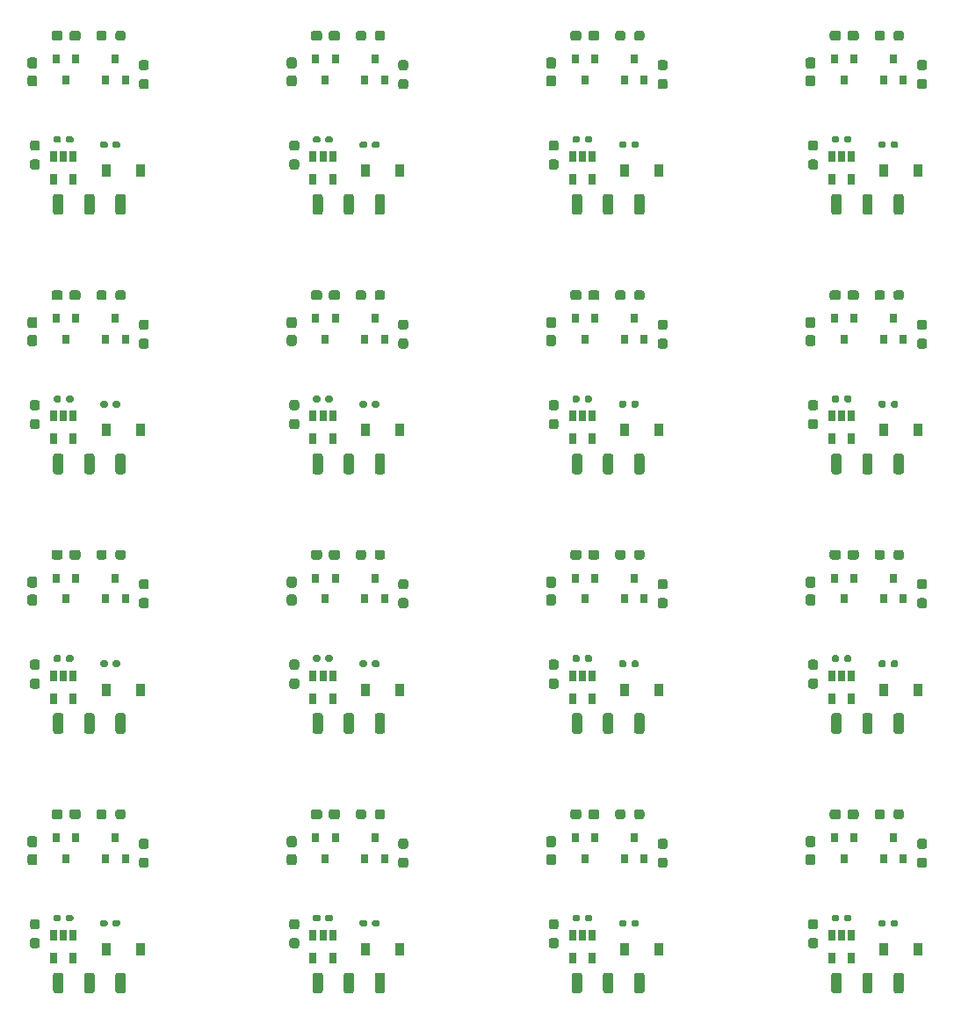
<source format=gbr>
%TF.GenerationSoftware,KiCad,Pcbnew,(5.1.9)-1*%
%TF.CreationDate,2021-10-29T14:51:52+02:00*%
%TF.ProjectId,Smartmeter_IR_ReaderOnly_V12_multi,536d6172-746d-4657-9465-725f49525f52,rev?*%
%TF.SameCoordinates,Original*%
%TF.FileFunction,Paste,Top*%
%TF.FilePolarity,Positive*%
%FSLAX46Y46*%
G04 Gerber Fmt 4.6, Leading zero omitted, Abs format (unit mm)*
G04 Created by KiCad (PCBNEW (5.1.9)-1) date 2021-10-29 14:51:52*
%MOMM*%
%LPD*%
G01*
G04 APERTURE LIST*
%ADD10R,0.800000X0.900000*%
%ADD11R,0.650000X1.060000*%
%ADD12R,0.900000X1.200000*%
G04 APERTURE END LIST*
%TO.C,H3*%
G36*
G01*
X91500000Y-140000000D02*
X91500000Y-138500000D01*
G75*
G02*
X91750000Y-138250000I250000J0D01*
G01*
X92250000Y-138250000D01*
G75*
G02*
X92500000Y-138500000I0J-250000D01*
G01*
X92500000Y-140000000D01*
G75*
G02*
X92250000Y-140250000I-250000J0D01*
G01*
X91750000Y-140250000D01*
G75*
G02*
X91500000Y-140000000I0J250000D01*
G01*
G37*
%TD*%
%TO.C,H1*%
G36*
G01*
X147500000Y-140000000D02*
X147500000Y-138500000D01*
G75*
G02*
X147750000Y-138250000I250000J0D01*
G01*
X148250000Y-138250000D01*
G75*
G02*
X148500000Y-138500000I0J-250000D01*
G01*
X148500000Y-140000000D01*
G75*
G02*
X148250000Y-140250000I-250000J0D01*
G01*
X147750000Y-140250000D01*
G75*
G02*
X147500000Y-140000000I0J250000D01*
G01*
G37*
%TD*%
D10*
%TO.C,Q4*%
X142750000Y-127250000D03*
X141800000Y-125250000D03*
X143700000Y-125250000D03*
%TD*%
%TO.C,R4*%
G36*
G01*
X142260000Y-132840000D02*
X142260000Y-133160000D01*
G75*
G02*
X142100000Y-133320000I-160000J0D01*
G01*
X141705000Y-133320000D01*
G75*
G02*
X141545000Y-133160000I0J160000D01*
G01*
X141545000Y-132840000D01*
G75*
G02*
X141705000Y-132680000I160000J0D01*
G01*
X142100000Y-132680000D01*
G75*
G02*
X142260000Y-132840000I0J-160000D01*
G01*
G37*
G36*
G01*
X143455000Y-132840000D02*
X143455000Y-133160000D01*
G75*
G02*
X143295000Y-133320000I-160000J0D01*
G01*
X142900000Y-133320000D01*
G75*
G02*
X142740000Y-133160000I0J160000D01*
G01*
X142740000Y-132840000D01*
G75*
G02*
X142900000Y-132680000I160000J0D01*
G01*
X143295000Y-132680000D01*
G75*
G02*
X143455000Y-132840000I0J-160000D01*
G01*
G37*
%TD*%
%TO.C,R5*%
G36*
G01*
X139987500Y-134075000D02*
X139512500Y-134075000D01*
G75*
G02*
X139275000Y-133837500I0J237500D01*
G01*
X139275000Y-133337500D01*
G75*
G02*
X139512500Y-133100000I237500J0D01*
G01*
X139987500Y-133100000D01*
G75*
G02*
X140225000Y-133337500I0J-237500D01*
G01*
X140225000Y-133837500D01*
G75*
G02*
X139987500Y-134075000I-237500J0D01*
G01*
G37*
G36*
G01*
X139987500Y-135900000D02*
X139512500Y-135900000D01*
G75*
G02*
X139275000Y-135662500I0J237500D01*
G01*
X139275000Y-135162500D01*
G75*
G02*
X139512500Y-134925000I237500J0D01*
G01*
X139987500Y-134925000D01*
G75*
G02*
X140225000Y-135162500I0J-237500D01*
G01*
X140225000Y-135662500D01*
G75*
G02*
X139987500Y-135900000I-237500J0D01*
G01*
G37*
%TD*%
%TO.C,Q3*%
X147500000Y-125250000D03*
X148450000Y-127250000D03*
X146550000Y-127250000D03*
%TD*%
D11*
%TO.C,IC1*%
X93450000Y-136850000D03*
X91550000Y-136850000D03*
X91550000Y-134650000D03*
X92500000Y-134650000D03*
X93450000Y-134650000D03*
%TD*%
D12*
%TO.C,D1*%
X99900000Y-136000000D03*
X96600000Y-136000000D03*
%TD*%
%TO.C,R3*%
G36*
G01*
X146760000Y-133340000D02*
X146760000Y-133660000D01*
G75*
G02*
X146600000Y-133820000I-160000J0D01*
G01*
X146205000Y-133820000D01*
G75*
G02*
X146045000Y-133660000I0J160000D01*
G01*
X146045000Y-133340000D01*
G75*
G02*
X146205000Y-133180000I160000J0D01*
G01*
X146600000Y-133180000D01*
G75*
G02*
X146760000Y-133340000I0J-160000D01*
G01*
G37*
G36*
G01*
X147955000Y-133340000D02*
X147955000Y-133660000D01*
G75*
G02*
X147795000Y-133820000I-160000J0D01*
G01*
X147400000Y-133820000D01*
G75*
G02*
X147240000Y-133660000I0J160000D01*
G01*
X147240000Y-133340000D01*
G75*
G02*
X147400000Y-133180000I160000J0D01*
G01*
X147795000Y-133180000D01*
G75*
G02*
X147955000Y-133340000I0J-160000D01*
G01*
G37*
%TD*%
%TO.C,H1*%
G36*
G01*
X72500000Y-140000000D02*
X72500000Y-138500000D01*
G75*
G02*
X72750000Y-138250000I250000J0D01*
G01*
X73250000Y-138250000D01*
G75*
G02*
X73500000Y-138500000I0J-250000D01*
G01*
X73500000Y-140000000D01*
G75*
G02*
X73250000Y-140250000I-250000J0D01*
G01*
X72750000Y-140250000D01*
G75*
G02*
X72500000Y-140000000I0J250000D01*
G01*
G37*
%TD*%
D10*
%TO.C,Q3*%
X97500000Y-125250000D03*
X98450000Y-127250000D03*
X96550000Y-127250000D03*
%TD*%
%TO.C,H2*%
G36*
G01*
X94500000Y-140000000D02*
X94500000Y-138500000D01*
G75*
G02*
X94750000Y-138250000I250000J0D01*
G01*
X95250000Y-138250000D01*
G75*
G02*
X95500000Y-138500000I0J-250000D01*
G01*
X95500000Y-140000000D01*
G75*
G02*
X95250000Y-140250000I-250000J0D01*
G01*
X94750000Y-140250000D01*
G75*
G02*
X94500000Y-140000000I0J250000D01*
G01*
G37*
%TD*%
%TO.C,C2*%
G36*
G01*
X64737500Y-127900000D02*
X64262500Y-127900000D01*
G75*
G02*
X64025000Y-127662500I0J237500D01*
G01*
X64025000Y-127062500D01*
G75*
G02*
X64262500Y-126825000I237500J0D01*
G01*
X64737500Y-126825000D01*
G75*
G02*
X64975000Y-127062500I0J-237500D01*
G01*
X64975000Y-127662500D01*
G75*
G02*
X64737500Y-127900000I-237500J0D01*
G01*
G37*
G36*
G01*
X64737500Y-126175000D02*
X64262500Y-126175000D01*
G75*
G02*
X64025000Y-125937500I0J237500D01*
G01*
X64025000Y-125337500D01*
G75*
G02*
X64262500Y-125100000I237500J0D01*
G01*
X64737500Y-125100000D01*
G75*
G02*
X64975000Y-125337500I0J-237500D01*
G01*
X64975000Y-125937500D01*
G75*
G02*
X64737500Y-126175000I-237500J0D01*
G01*
G37*
%TD*%
%TO.C,C1*%
G36*
G01*
X92425000Y-122762500D02*
X92425000Y-123237500D01*
G75*
G02*
X92187500Y-123475000I-237500J0D01*
G01*
X91587500Y-123475000D01*
G75*
G02*
X91350000Y-123237500I0J237500D01*
G01*
X91350000Y-122762500D01*
G75*
G02*
X91587500Y-122525000I237500J0D01*
G01*
X92187500Y-122525000D01*
G75*
G02*
X92425000Y-122762500I0J-237500D01*
G01*
G37*
G36*
G01*
X94150000Y-122762500D02*
X94150000Y-123237500D01*
G75*
G02*
X93912500Y-123475000I-237500J0D01*
G01*
X93312500Y-123475000D01*
G75*
G02*
X93075000Y-123237500I0J237500D01*
G01*
X93075000Y-122762500D01*
G75*
G02*
X93312500Y-122525000I237500J0D01*
G01*
X93912500Y-122525000D01*
G75*
G02*
X94150000Y-122762500I0J-237500D01*
G01*
G37*
%TD*%
D11*
%TO.C,IC1*%
X143450000Y-136850000D03*
X141550000Y-136850000D03*
X141550000Y-134650000D03*
X142500000Y-134650000D03*
X143450000Y-134650000D03*
%TD*%
%TO.C,H2*%
G36*
G01*
X69500000Y-140000000D02*
X69500000Y-138500000D01*
G75*
G02*
X69750000Y-138250000I250000J0D01*
G01*
X70250000Y-138250000D01*
G75*
G02*
X70500000Y-138500000I0J-250000D01*
G01*
X70500000Y-140000000D01*
G75*
G02*
X70250000Y-140250000I-250000J0D01*
G01*
X69750000Y-140250000D01*
G75*
G02*
X69500000Y-140000000I0J250000D01*
G01*
G37*
%TD*%
D12*
%TO.C,D1*%
X71600000Y-136000000D03*
X74900000Y-136000000D03*
%TD*%
%TO.C,H3*%
G36*
G01*
X66500000Y-140000000D02*
X66500000Y-138500000D01*
G75*
G02*
X66750000Y-138250000I250000J0D01*
G01*
X67250000Y-138250000D01*
G75*
G02*
X67500000Y-138500000I0J-250000D01*
G01*
X67500000Y-140000000D01*
G75*
G02*
X67250000Y-140250000I-250000J0D01*
G01*
X66750000Y-140250000D01*
G75*
G02*
X66500000Y-140000000I0J250000D01*
G01*
G37*
%TD*%
D11*
%TO.C,IC1*%
X68450000Y-134650000D03*
X67500000Y-134650000D03*
X66550000Y-134650000D03*
X66550000Y-136850000D03*
X68450000Y-136850000D03*
%TD*%
%TO.C,C1*%
G36*
G01*
X69150000Y-122762500D02*
X69150000Y-123237500D01*
G75*
G02*
X68912500Y-123475000I-237500J0D01*
G01*
X68312500Y-123475000D01*
G75*
G02*
X68075000Y-123237500I0J237500D01*
G01*
X68075000Y-122762500D01*
G75*
G02*
X68312500Y-122525000I237500J0D01*
G01*
X68912500Y-122525000D01*
G75*
G02*
X69150000Y-122762500I0J-237500D01*
G01*
G37*
G36*
G01*
X67425000Y-122762500D02*
X67425000Y-123237500D01*
G75*
G02*
X67187500Y-123475000I-237500J0D01*
G01*
X66587500Y-123475000D01*
G75*
G02*
X66350000Y-123237500I0J237500D01*
G01*
X66350000Y-122762500D01*
G75*
G02*
X66587500Y-122525000I237500J0D01*
G01*
X67187500Y-122525000D01*
G75*
G02*
X67425000Y-122762500I0J-237500D01*
G01*
G37*
%TD*%
D10*
%TO.C,Q3*%
X71550000Y-127250000D03*
X73450000Y-127250000D03*
X72500000Y-125250000D03*
%TD*%
%TO.C,H1*%
G36*
G01*
X122500000Y-140000000D02*
X122500000Y-138500000D01*
G75*
G02*
X122750000Y-138250000I250000J0D01*
G01*
X123250000Y-138250000D01*
G75*
G02*
X123500000Y-138500000I0J-250000D01*
G01*
X123500000Y-140000000D01*
G75*
G02*
X123250000Y-140250000I-250000J0D01*
G01*
X122750000Y-140250000D01*
G75*
G02*
X122500000Y-140000000I0J250000D01*
G01*
G37*
%TD*%
D11*
%TO.C,IC1*%
X118450000Y-134650000D03*
X117500000Y-134650000D03*
X116550000Y-134650000D03*
X116550000Y-136850000D03*
X118450000Y-136850000D03*
%TD*%
%TO.C,R2*%
G36*
G01*
X120687500Y-123237500D02*
X120687500Y-122762500D01*
G75*
G02*
X120925000Y-122525000I237500J0D01*
G01*
X121425000Y-122525000D01*
G75*
G02*
X121662500Y-122762500I0J-237500D01*
G01*
X121662500Y-123237500D01*
G75*
G02*
X121425000Y-123475000I-237500J0D01*
G01*
X120925000Y-123475000D01*
G75*
G02*
X120687500Y-123237500I0J237500D01*
G01*
G37*
G36*
G01*
X122512500Y-123237500D02*
X122512500Y-122762500D01*
G75*
G02*
X122750000Y-122525000I237500J0D01*
G01*
X123250000Y-122525000D01*
G75*
G02*
X123487500Y-122762500I0J-237500D01*
G01*
X123487500Y-123237500D01*
G75*
G02*
X123250000Y-123475000I-237500J0D01*
G01*
X122750000Y-123475000D01*
G75*
G02*
X122512500Y-123237500I0J237500D01*
G01*
G37*
%TD*%
%TO.C,C2*%
G36*
G01*
X114737500Y-127900000D02*
X114262500Y-127900000D01*
G75*
G02*
X114025000Y-127662500I0J237500D01*
G01*
X114025000Y-127062500D01*
G75*
G02*
X114262500Y-126825000I237500J0D01*
G01*
X114737500Y-126825000D01*
G75*
G02*
X114975000Y-127062500I0J-237500D01*
G01*
X114975000Y-127662500D01*
G75*
G02*
X114737500Y-127900000I-237500J0D01*
G01*
G37*
G36*
G01*
X114737500Y-126175000D02*
X114262500Y-126175000D01*
G75*
G02*
X114025000Y-125937500I0J237500D01*
G01*
X114025000Y-125337500D01*
G75*
G02*
X114262500Y-125100000I237500J0D01*
G01*
X114737500Y-125100000D01*
G75*
G02*
X114975000Y-125337500I0J-237500D01*
G01*
X114975000Y-125937500D01*
G75*
G02*
X114737500Y-126175000I-237500J0D01*
G01*
G37*
%TD*%
%TO.C,H2*%
G36*
G01*
X119500000Y-140000000D02*
X119500000Y-138500000D01*
G75*
G02*
X119750000Y-138250000I250000J0D01*
G01*
X120250000Y-138250000D01*
G75*
G02*
X120500000Y-138500000I0J-250000D01*
G01*
X120500000Y-140000000D01*
G75*
G02*
X120250000Y-140250000I-250000J0D01*
G01*
X119750000Y-140250000D01*
G75*
G02*
X119500000Y-140000000I0J250000D01*
G01*
G37*
%TD*%
D10*
%TO.C,Q4*%
X118700000Y-125250000D03*
X116800000Y-125250000D03*
X117750000Y-127250000D03*
%TD*%
%TO.C,R2*%
G36*
G01*
X147512500Y-123237500D02*
X147512500Y-122762500D01*
G75*
G02*
X147750000Y-122525000I237500J0D01*
G01*
X148250000Y-122525000D01*
G75*
G02*
X148487500Y-122762500I0J-237500D01*
G01*
X148487500Y-123237500D01*
G75*
G02*
X148250000Y-123475000I-237500J0D01*
G01*
X147750000Y-123475000D01*
G75*
G02*
X147512500Y-123237500I0J237500D01*
G01*
G37*
G36*
G01*
X145687500Y-123237500D02*
X145687500Y-122762500D01*
G75*
G02*
X145925000Y-122525000I237500J0D01*
G01*
X146425000Y-122525000D01*
G75*
G02*
X146662500Y-122762500I0J-237500D01*
G01*
X146662500Y-123237500D01*
G75*
G02*
X146425000Y-123475000I-237500J0D01*
G01*
X145925000Y-123475000D01*
G75*
G02*
X145687500Y-123237500I0J237500D01*
G01*
G37*
%TD*%
%TO.C,R3*%
G36*
G01*
X122955000Y-133340000D02*
X122955000Y-133660000D01*
G75*
G02*
X122795000Y-133820000I-160000J0D01*
G01*
X122400000Y-133820000D01*
G75*
G02*
X122240000Y-133660000I0J160000D01*
G01*
X122240000Y-133340000D01*
G75*
G02*
X122400000Y-133180000I160000J0D01*
G01*
X122795000Y-133180000D01*
G75*
G02*
X122955000Y-133340000I0J-160000D01*
G01*
G37*
G36*
G01*
X121760000Y-133340000D02*
X121760000Y-133660000D01*
G75*
G02*
X121600000Y-133820000I-160000J0D01*
G01*
X121205000Y-133820000D01*
G75*
G02*
X121045000Y-133660000I0J160000D01*
G01*
X121045000Y-133340000D01*
G75*
G02*
X121205000Y-133180000I160000J0D01*
G01*
X121600000Y-133180000D01*
G75*
G02*
X121760000Y-133340000I0J-160000D01*
G01*
G37*
%TD*%
%TO.C,R1*%
G36*
G01*
X75487500Y-128150000D02*
X75012500Y-128150000D01*
G75*
G02*
X74775000Y-127912500I0J237500D01*
G01*
X74775000Y-127412500D01*
G75*
G02*
X75012500Y-127175000I237500J0D01*
G01*
X75487500Y-127175000D01*
G75*
G02*
X75725000Y-127412500I0J-237500D01*
G01*
X75725000Y-127912500D01*
G75*
G02*
X75487500Y-128150000I-237500J0D01*
G01*
G37*
G36*
G01*
X75487500Y-126325000D02*
X75012500Y-126325000D01*
G75*
G02*
X74775000Y-126087500I0J237500D01*
G01*
X74775000Y-125587500D01*
G75*
G02*
X75012500Y-125350000I237500J0D01*
G01*
X75487500Y-125350000D01*
G75*
G02*
X75725000Y-125587500I0J-237500D01*
G01*
X75725000Y-126087500D01*
G75*
G02*
X75487500Y-126325000I-237500J0D01*
G01*
G37*
%TD*%
%TO.C,R4*%
G36*
G01*
X68455000Y-132840000D02*
X68455000Y-133160000D01*
G75*
G02*
X68295000Y-133320000I-160000J0D01*
G01*
X67900000Y-133320000D01*
G75*
G02*
X67740000Y-133160000I0J160000D01*
G01*
X67740000Y-132840000D01*
G75*
G02*
X67900000Y-132680000I160000J0D01*
G01*
X68295000Y-132680000D01*
G75*
G02*
X68455000Y-132840000I0J-160000D01*
G01*
G37*
G36*
G01*
X67260000Y-132840000D02*
X67260000Y-133160000D01*
G75*
G02*
X67100000Y-133320000I-160000J0D01*
G01*
X66705000Y-133320000D01*
G75*
G02*
X66545000Y-133160000I0J160000D01*
G01*
X66545000Y-132840000D01*
G75*
G02*
X66705000Y-132680000I160000J0D01*
G01*
X67100000Y-132680000D01*
G75*
G02*
X67260000Y-132840000I0J-160000D01*
G01*
G37*
%TD*%
%TO.C,R5*%
G36*
G01*
X114987500Y-135900000D02*
X114512500Y-135900000D01*
G75*
G02*
X114275000Y-135662500I0J237500D01*
G01*
X114275000Y-135162500D01*
G75*
G02*
X114512500Y-134925000I237500J0D01*
G01*
X114987500Y-134925000D01*
G75*
G02*
X115225000Y-135162500I0J-237500D01*
G01*
X115225000Y-135662500D01*
G75*
G02*
X114987500Y-135900000I-237500J0D01*
G01*
G37*
G36*
G01*
X114987500Y-134075000D02*
X114512500Y-134075000D01*
G75*
G02*
X114275000Y-133837500I0J237500D01*
G01*
X114275000Y-133337500D01*
G75*
G02*
X114512500Y-133100000I237500J0D01*
G01*
X114987500Y-133100000D01*
G75*
G02*
X115225000Y-133337500I0J-237500D01*
G01*
X115225000Y-133837500D01*
G75*
G02*
X114987500Y-134075000I-237500J0D01*
G01*
G37*
%TD*%
%TO.C,C1*%
G36*
G01*
X142425000Y-122762500D02*
X142425000Y-123237500D01*
G75*
G02*
X142187500Y-123475000I-237500J0D01*
G01*
X141587500Y-123475000D01*
G75*
G02*
X141350000Y-123237500I0J237500D01*
G01*
X141350000Y-122762500D01*
G75*
G02*
X141587500Y-122525000I237500J0D01*
G01*
X142187500Y-122525000D01*
G75*
G02*
X142425000Y-122762500I0J-237500D01*
G01*
G37*
G36*
G01*
X144150000Y-122762500D02*
X144150000Y-123237500D01*
G75*
G02*
X143912500Y-123475000I-237500J0D01*
G01*
X143312500Y-123475000D01*
G75*
G02*
X143075000Y-123237500I0J237500D01*
G01*
X143075000Y-122762500D01*
G75*
G02*
X143312500Y-122525000I237500J0D01*
G01*
X143912500Y-122525000D01*
G75*
G02*
X144150000Y-122762500I0J-237500D01*
G01*
G37*
%TD*%
%TO.C,Q4*%
X92750000Y-127250000D03*
X91800000Y-125250000D03*
X93700000Y-125250000D03*
%TD*%
D12*
%TO.C,D1*%
X121600000Y-136000000D03*
X124900000Y-136000000D03*
%TD*%
%TO.C,R1*%
G36*
G01*
X150487500Y-126325000D02*
X150012500Y-126325000D01*
G75*
G02*
X149775000Y-126087500I0J237500D01*
G01*
X149775000Y-125587500D01*
G75*
G02*
X150012500Y-125350000I237500J0D01*
G01*
X150487500Y-125350000D01*
G75*
G02*
X150725000Y-125587500I0J-237500D01*
G01*
X150725000Y-126087500D01*
G75*
G02*
X150487500Y-126325000I-237500J0D01*
G01*
G37*
G36*
G01*
X150487500Y-128150000D02*
X150012500Y-128150000D01*
G75*
G02*
X149775000Y-127912500I0J237500D01*
G01*
X149775000Y-127412500D01*
G75*
G02*
X150012500Y-127175000I237500J0D01*
G01*
X150487500Y-127175000D01*
G75*
G02*
X150725000Y-127412500I0J-237500D01*
G01*
X150725000Y-127912500D01*
G75*
G02*
X150487500Y-128150000I-237500J0D01*
G01*
G37*
%TD*%
%TO.C,H2*%
G36*
G01*
X144500000Y-140000000D02*
X144500000Y-138500000D01*
G75*
G02*
X144750000Y-138250000I250000J0D01*
G01*
X145250000Y-138250000D01*
G75*
G02*
X145500000Y-138500000I0J-250000D01*
G01*
X145500000Y-140000000D01*
G75*
G02*
X145250000Y-140250000I-250000J0D01*
G01*
X144750000Y-140250000D01*
G75*
G02*
X144500000Y-140000000I0J250000D01*
G01*
G37*
%TD*%
%TO.C,R1*%
G36*
G01*
X100487500Y-126325000D02*
X100012500Y-126325000D01*
G75*
G02*
X99775000Y-126087500I0J237500D01*
G01*
X99775000Y-125587500D01*
G75*
G02*
X100012500Y-125350000I237500J0D01*
G01*
X100487500Y-125350000D01*
G75*
G02*
X100725000Y-125587500I0J-237500D01*
G01*
X100725000Y-126087500D01*
G75*
G02*
X100487500Y-126325000I-237500J0D01*
G01*
G37*
G36*
G01*
X100487500Y-128150000D02*
X100012500Y-128150000D01*
G75*
G02*
X99775000Y-127912500I0J237500D01*
G01*
X99775000Y-127412500D01*
G75*
G02*
X100012500Y-127175000I237500J0D01*
G01*
X100487500Y-127175000D01*
G75*
G02*
X100725000Y-127412500I0J-237500D01*
G01*
X100725000Y-127912500D01*
G75*
G02*
X100487500Y-128150000I-237500J0D01*
G01*
G37*
%TD*%
%TO.C,H1*%
G36*
G01*
X97500000Y-140000000D02*
X97500000Y-138500000D01*
G75*
G02*
X97750000Y-138250000I250000J0D01*
G01*
X98250000Y-138250000D01*
G75*
G02*
X98500000Y-138500000I0J-250000D01*
G01*
X98500000Y-140000000D01*
G75*
G02*
X98250000Y-140250000I-250000J0D01*
G01*
X97750000Y-140250000D01*
G75*
G02*
X97500000Y-140000000I0J250000D01*
G01*
G37*
%TD*%
%TO.C,H3*%
G36*
G01*
X141500000Y-140000000D02*
X141500000Y-138500000D01*
G75*
G02*
X141750000Y-138250000I250000J0D01*
G01*
X142250000Y-138250000D01*
G75*
G02*
X142500000Y-138500000I0J-250000D01*
G01*
X142500000Y-140000000D01*
G75*
G02*
X142250000Y-140250000I-250000J0D01*
G01*
X141750000Y-140250000D01*
G75*
G02*
X141500000Y-140000000I0J250000D01*
G01*
G37*
%TD*%
%TO.C,C2*%
G36*
G01*
X139737500Y-126175000D02*
X139262500Y-126175000D01*
G75*
G02*
X139025000Y-125937500I0J237500D01*
G01*
X139025000Y-125337500D01*
G75*
G02*
X139262500Y-125100000I237500J0D01*
G01*
X139737500Y-125100000D01*
G75*
G02*
X139975000Y-125337500I0J-237500D01*
G01*
X139975000Y-125937500D01*
G75*
G02*
X139737500Y-126175000I-237500J0D01*
G01*
G37*
G36*
G01*
X139737500Y-127900000D02*
X139262500Y-127900000D01*
G75*
G02*
X139025000Y-127662500I0J237500D01*
G01*
X139025000Y-127062500D01*
G75*
G02*
X139262500Y-126825000I237500J0D01*
G01*
X139737500Y-126825000D01*
G75*
G02*
X139975000Y-127062500I0J-237500D01*
G01*
X139975000Y-127662500D01*
G75*
G02*
X139737500Y-127900000I-237500J0D01*
G01*
G37*
%TD*%
%TO.C,R4*%
G36*
G01*
X92260000Y-132840000D02*
X92260000Y-133160000D01*
G75*
G02*
X92100000Y-133320000I-160000J0D01*
G01*
X91705000Y-133320000D01*
G75*
G02*
X91545000Y-133160000I0J160000D01*
G01*
X91545000Y-132840000D01*
G75*
G02*
X91705000Y-132680000I160000J0D01*
G01*
X92100000Y-132680000D01*
G75*
G02*
X92260000Y-132840000I0J-160000D01*
G01*
G37*
G36*
G01*
X93455000Y-132840000D02*
X93455000Y-133160000D01*
G75*
G02*
X93295000Y-133320000I-160000J0D01*
G01*
X92900000Y-133320000D01*
G75*
G02*
X92740000Y-133160000I0J160000D01*
G01*
X92740000Y-132840000D01*
G75*
G02*
X92900000Y-132680000I160000J0D01*
G01*
X93295000Y-132680000D01*
G75*
G02*
X93455000Y-132840000I0J-160000D01*
G01*
G37*
%TD*%
D10*
%TO.C,Q4*%
X68700000Y-125250000D03*
X66800000Y-125250000D03*
X67750000Y-127250000D03*
%TD*%
%TO.C,R2*%
G36*
G01*
X97512500Y-123237500D02*
X97512500Y-122762500D01*
G75*
G02*
X97750000Y-122525000I237500J0D01*
G01*
X98250000Y-122525000D01*
G75*
G02*
X98487500Y-122762500I0J-237500D01*
G01*
X98487500Y-123237500D01*
G75*
G02*
X98250000Y-123475000I-237500J0D01*
G01*
X97750000Y-123475000D01*
G75*
G02*
X97512500Y-123237500I0J237500D01*
G01*
G37*
G36*
G01*
X95687500Y-123237500D02*
X95687500Y-122762500D01*
G75*
G02*
X95925000Y-122525000I237500J0D01*
G01*
X96425000Y-122525000D01*
G75*
G02*
X96662500Y-122762500I0J-237500D01*
G01*
X96662500Y-123237500D01*
G75*
G02*
X96425000Y-123475000I-237500J0D01*
G01*
X95925000Y-123475000D01*
G75*
G02*
X95687500Y-123237500I0J237500D01*
G01*
G37*
%TD*%
D12*
%TO.C,D1*%
X149900000Y-136000000D03*
X146600000Y-136000000D03*
%TD*%
%TO.C,H3*%
G36*
G01*
X116500000Y-140000000D02*
X116500000Y-138500000D01*
G75*
G02*
X116750000Y-138250000I250000J0D01*
G01*
X117250000Y-138250000D01*
G75*
G02*
X117500000Y-138500000I0J-250000D01*
G01*
X117500000Y-140000000D01*
G75*
G02*
X117250000Y-140250000I-250000J0D01*
G01*
X116750000Y-140250000D01*
G75*
G02*
X116500000Y-140000000I0J250000D01*
G01*
G37*
%TD*%
D10*
%TO.C,Q3*%
X121550000Y-127250000D03*
X123450000Y-127250000D03*
X122500000Y-125250000D03*
%TD*%
%TO.C,R3*%
G36*
G01*
X72955000Y-133340000D02*
X72955000Y-133660000D01*
G75*
G02*
X72795000Y-133820000I-160000J0D01*
G01*
X72400000Y-133820000D01*
G75*
G02*
X72240000Y-133660000I0J160000D01*
G01*
X72240000Y-133340000D01*
G75*
G02*
X72400000Y-133180000I160000J0D01*
G01*
X72795000Y-133180000D01*
G75*
G02*
X72955000Y-133340000I0J-160000D01*
G01*
G37*
G36*
G01*
X71760000Y-133340000D02*
X71760000Y-133660000D01*
G75*
G02*
X71600000Y-133820000I-160000J0D01*
G01*
X71205000Y-133820000D01*
G75*
G02*
X71045000Y-133660000I0J160000D01*
G01*
X71045000Y-133340000D01*
G75*
G02*
X71205000Y-133180000I160000J0D01*
G01*
X71600000Y-133180000D01*
G75*
G02*
X71760000Y-133340000I0J-160000D01*
G01*
G37*
%TD*%
%TO.C,R5*%
G36*
G01*
X89987500Y-134075000D02*
X89512500Y-134075000D01*
G75*
G02*
X89275000Y-133837500I0J237500D01*
G01*
X89275000Y-133337500D01*
G75*
G02*
X89512500Y-133100000I237500J0D01*
G01*
X89987500Y-133100000D01*
G75*
G02*
X90225000Y-133337500I0J-237500D01*
G01*
X90225000Y-133837500D01*
G75*
G02*
X89987500Y-134075000I-237500J0D01*
G01*
G37*
G36*
G01*
X89987500Y-135900000D02*
X89512500Y-135900000D01*
G75*
G02*
X89275000Y-135662500I0J237500D01*
G01*
X89275000Y-135162500D01*
G75*
G02*
X89512500Y-134925000I237500J0D01*
G01*
X89987500Y-134925000D01*
G75*
G02*
X90225000Y-135162500I0J-237500D01*
G01*
X90225000Y-135662500D01*
G75*
G02*
X89987500Y-135900000I-237500J0D01*
G01*
G37*
%TD*%
%TO.C,R5*%
G36*
G01*
X64987500Y-135900000D02*
X64512500Y-135900000D01*
G75*
G02*
X64275000Y-135662500I0J237500D01*
G01*
X64275000Y-135162500D01*
G75*
G02*
X64512500Y-134925000I237500J0D01*
G01*
X64987500Y-134925000D01*
G75*
G02*
X65225000Y-135162500I0J-237500D01*
G01*
X65225000Y-135662500D01*
G75*
G02*
X64987500Y-135900000I-237500J0D01*
G01*
G37*
G36*
G01*
X64987500Y-134075000D02*
X64512500Y-134075000D01*
G75*
G02*
X64275000Y-133837500I0J237500D01*
G01*
X64275000Y-133337500D01*
G75*
G02*
X64512500Y-133100000I237500J0D01*
G01*
X64987500Y-133100000D01*
G75*
G02*
X65225000Y-133337500I0J-237500D01*
G01*
X65225000Y-133837500D01*
G75*
G02*
X64987500Y-134075000I-237500J0D01*
G01*
G37*
%TD*%
%TO.C,R1*%
G36*
G01*
X125487500Y-128150000D02*
X125012500Y-128150000D01*
G75*
G02*
X124775000Y-127912500I0J237500D01*
G01*
X124775000Y-127412500D01*
G75*
G02*
X125012500Y-127175000I237500J0D01*
G01*
X125487500Y-127175000D01*
G75*
G02*
X125725000Y-127412500I0J-237500D01*
G01*
X125725000Y-127912500D01*
G75*
G02*
X125487500Y-128150000I-237500J0D01*
G01*
G37*
G36*
G01*
X125487500Y-126325000D02*
X125012500Y-126325000D01*
G75*
G02*
X124775000Y-126087500I0J237500D01*
G01*
X124775000Y-125587500D01*
G75*
G02*
X125012500Y-125350000I237500J0D01*
G01*
X125487500Y-125350000D01*
G75*
G02*
X125725000Y-125587500I0J-237500D01*
G01*
X125725000Y-126087500D01*
G75*
G02*
X125487500Y-126325000I-237500J0D01*
G01*
G37*
%TD*%
%TO.C,C1*%
G36*
G01*
X119150000Y-122762500D02*
X119150000Y-123237500D01*
G75*
G02*
X118912500Y-123475000I-237500J0D01*
G01*
X118312500Y-123475000D01*
G75*
G02*
X118075000Y-123237500I0J237500D01*
G01*
X118075000Y-122762500D01*
G75*
G02*
X118312500Y-122525000I237500J0D01*
G01*
X118912500Y-122525000D01*
G75*
G02*
X119150000Y-122762500I0J-237500D01*
G01*
G37*
G36*
G01*
X117425000Y-122762500D02*
X117425000Y-123237500D01*
G75*
G02*
X117187500Y-123475000I-237500J0D01*
G01*
X116587500Y-123475000D01*
G75*
G02*
X116350000Y-123237500I0J237500D01*
G01*
X116350000Y-122762500D01*
G75*
G02*
X116587500Y-122525000I237500J0D01*
G01*
X117187500Y-122525000D01*
G75*
G02*
X117425000Y-122762500I0J-237500D01*
G01*
G37*
%TD*%
%TO.C,R3*%
G36*
G01*
X96760000Y-133340000D02*
X96760000Y-133660000D01*
G75*
G02*
X96600000Y-133820000I-160000J0D01*
G01*
X96205000Y-133820000D01*
G75*
G02*
X96045000Y-133660000I0J160000D01*
G01*
X96045000Y-133340000D01*
G75*
G02*
X96205000Y-133180000I160000J0D01*
G01*
X96600000Y-133180000D01*
G75*
G02*
X96760000Y-133340000I0J-160000D01*
G01*
G37*
G36*
G01*
X97955000Y-133340000D02*
X97955000Y-133660000D01*
G75*
G02*
X97795000Y-133820000I-160000J0D01*
G01*
X97400000Y-133820000D01*
G75*
G02*
X97240000Y-133660000I0J160000D01*
G01*
X97240000Y-133340000D01*
G75*
G02*
X97400000Y-133180000I160000J0D01*
G01*
X97795000Y-133180000D01*
G75*
G02*
X97955000Y-133340000I0J-160000D01*
G01*
G37*
%TD*%
%TO.C,R2*%
G36*
G01*
X70687500Y-123237500D02*
X70687500Y-122762500D01*
G75*
G02*
X70925000Y-122525000I237500J0D01*
G01*
X71425000Y-122525000D01*
G75*
G02*
X71662500Y-122762500I0J-237500D01*
G01*
X71662500Y-123237500D01*
G75*
G02*
X71425000Y-123475000I-237500J0D01*
G01*
X70925000Y-123475000D01*
G75*
G02*
X70687500Y-123237500I0J237500D01*
G01*
G37*
G36*
G01*
X72512500Y-123237500D02*
X72512500Y-122762500D01*
G75*
G02*
X72750000Y-122525000I237500J0D01*
G01*
X73250000Y-122525000D01*
G75*
G02*
X73487500Y-122762500I0J-237500D01*
G01*
X73487500Y-123237500D01*
G75*
G02*
X73250000Y-123475000I-237500J0D01*
G01*
X72750000Y-123475000D01*
G75*
G02*
X72512500Y-123237500I0J237500D01*
G01*
G37*
%TD*%
%TO.C,C2*%
G36*
G01*
X89737500Y-126175000D02*
X89262500Y-126175000D01*
G75*
G02*
X89025000Y-125937500I0J237500D01*
G01*
X89025000Y-125337500D01*
G75*
G02*
X89262500Y-125100000I237500J0D01*
G01*
X89737500Y-125100000D01*
G75*
G02*
X89975000Y-125337500I0J-237500D01*
G01*
X89975000Y-125937500D01*
G75*
G02*
X89737500Y-126175000I-237500J0D01*
G01*
G37*
G36*
G01*
X89737500Y-127900000D02*
X89262500Y-127900000D01*
G75*
G02*
X89025000Y-127662500I0J237500D01*
G01*
X89025000Y-127062500D01*
G75*
G02*
X89262500Y-126825000I237500J0D01*
G01*
X89737500Y-126825000D01*
G75*
G02*
X89975000Y-127062500I0J-237500D01*
G01*
X89975000Y-127662500D01*
G75*
G02*
X89737500Y-127900000I-237500J0D01*
G01*
G37*
%TD*%
%TO.C,R4*%
G36*
G01*
X118455000Y-132840000D02*
X118455000Y-133160000D01*
G75*
G02*
X118295000Y-133320000I-160000J0D01*
G01*
X117900000Y-133320000D01*
G75*
G02*
X117740000Y-133160000I0J160000D01*
G01*
X117740000Y-132840000D01*
G75*
G02*
X117900000Y-132680000I160000J0D01*
G01*
X118295000Y-132680000D01*
G75*
G02*
X118455000Y-132840000I0J-160000D01*
G01*
G37*
G36*
G01*
X117260000Y-132840000D02*
X117260000Y-133160000D01*
G75*
G02*
X117100000Y-133320000I-160000J0D01*
G01*
X116705000Y-133320000D01*
G75*
G02*
X116545000Y-133160000I0J160000D01*
G01*
X116545000Y-132840000D01*
G75*
G02*
X116705000Y-132680000I160000J0D01*
G01*
X117100000Y-132680000D01*
G75*
G02*
X117260000Y-132840000I0J-160000D01*
G01*
G37*
%TD*%
%TO.C,R2*%
G36*
G01*
X145687500Y-98237500D02*
X145687500Y-97762500D01*
G75*
G02*
X145925000Y-97525000I237500J0D01*
G01*
X146425000Y-97525000D01*
G75*
G02*
X146662500Y-97762500I0J-237500D01*
G01*
X146662500Y-98237500D01*
G75*
G02*
X146425000Y-98475000I-237500J0D01*
G01*
X145925000Y-98475000D01*
G75*
G02*
X145687500Y-98237500I0J237500D01*
G01*
G37*
G36*
G01*
X147512500Y-98237500D02*
X147512500Y-97762500D01*
G75*
G02*
X147750000Y-97525000I237500J0D01*
G01*
X148250000Y-97525000D01*
G75*
G02*
X148487500Y-97762500I0J-237500D01*
G01*
X148487500Y-98237500D01*
G75*
G02*
X148250000Y-98475000I-237500J0D01*
G01*
X147750000Y-98475000D01*
G75*
G02*
X147512500Y-98237500I0J237500D01*
G01*
G37*
%TD*%
%TO.C,H2*%
G36*
G01*
X119500000Y-115000000D02*
X119500000Y-113500000D01*
G75*
G02*
X119750000Y-113250000I250000J0D01*
G01*
X120250000Y-113250000D01*
G75*
G02*
X120500000Y-113500000I0J-250000D01*
G01*
X120500000Y-115000000D01*
G75*
G02*
X120250000Y-115250000I-250000J0D01*
G01*
X119750000Y-115250000D01*
G75*
G02*
X119500000Y-115000000I0J250000D01*
G01*
G37*
%TD*%
%TO.C,Q4*%
X117750000Y-102250000D03*
X116800000Y-100250000D03*
X118700000Y-100250000D03*
%TD*%
D11*
%TO.C,IC1*%
X118450000Y-111850000D03*
X116550000Y-111850000D03*
X116550000Y-109650000D03*
X117500000Y-109650000D03*
X118450000Y-109650000D03*
%TD*%
%TO.C,H1*%
G36*
G01*
X122500000Y-115000000D02*
X122500000Y-113500000D01*
G75*
G02*
X122750000Y-113250000I250000J0D01*
G01*
X123250000Y-113250000D01*
G75*
G02*
X123500000Y-113500000I0J-250000D01*
G01*
X123500000Y-115000000D01*
G75*
G02*
X123250000Y-115250000I-250000J0D01*
G01*
X122750000Y-115250000D01*
G75*
G02*
X122500000Y-115000000I0J250000D01*
G01*
G37*
%TD*%
%TO.C,C2*%
G36*
G01*
X114737500Y-101175000D02*
X114262500Y-101175000D01*
G75*
G02*
X114025000Y-100937500I0J237500D01*
G01*
X114025000Y-100337500D01*
G75*
G02*
X114262500Y-100100000I237500J0D01*
G01*
X114737500Y-100100000D01*
G75*
G02*
X114975000Y-100337500I0J-237500D01*
G01*
X114975000Y-100937500D01*
G75*
G02*
X114737500Y-101175000I-237500J0D01*
G01*
G37*
G36*
G01*
X114737500Y-102900000D02*
X114262500Y-102900000D01*
G75*
G02*
X114025000Y-102662500I0J237500D01*
G01*
X114025000Y-102062500D01*
G75*
G02*
X114262500Y-101825000I237500J0D01*
G01*
X114737500Y-101825000D01*
G75*
G02*
X114975000Y-102062500I0J-237500D01*
G01*
X114975000Y-102662500D01*
G75*
G02*
X114737500Y-102900000I-237500J0D01*
G01*
G37*
%TD*%
%TO.C,R2*%
G36*
G01*
X122512500Y-98237500D02*
X122512500Y-97762500D01*
G75*
G02*
X122750000Y-97525000I237500J0D01*
G01*
X123250000Y-97525000D01*
G75*
G02*
X123487500Y-97762500I0J-237500D01*
G01*
X123487500Y-98237500D01*
G75*
G02*
X123250000Y-98475000I-237500J0D01*
G01*
X122750000Y-98475000D01*
G75*
G02*
X122512500Y-98237500I0J237500D01*
G01*
G37*
G36*
G01*
X120687500Y-98237500D02*
X120687500Y-97762500D01*
G75*
G02*
X120925000Y-97525000I237500J0D01*
G01*
X121425000Y-97525000D01*
G75*
G02*
X121662500Y-97762500I0J-237500D01*
G01*
X121662500Y-98237500D01*
G75*
G02*
X121425000Y-98475000I-237500J0D01*
G01*
X120925000Y-98475000D01*
G75*
G02*
X120687500Y-98237500I0J237500D01*
G01*
G37*
%TD*%
%TO.C,H2*%
G36*
G01*
X144500000Y-115000000D02*
X144500000Y-113500000D01*
G75*
G02*
X144750000Y-113250000I250000J0D01*
G01*
X145250000Y-113250000D01*
G75*
G02*
X145500000Y-113500000I0J-250000D01*
G01*
X145500000Y-115000000D01*
G75*
G02*
X145250000Y-115250000I-250000J0D01*
G01*
X144750000Y-115250000D01*
G75*
G02*
X144500000Y-115000000I0J250000D01*
G01*
G37*
%TD*%
%TO.C,R1*%
G36*
G01*
X100487500Y-103150000D02*
X100012500Y-103150000D01*
G75*
G02*
X99775000Y-102912500I0J237500D01*
G01*
X99775000Y-102412500D01*
G75*
G02*
X100012500Y-102175000I237500J0D01*
G01*
X100487500Y-102175000D01*
G75*
G02*
X100725000Y-102412500I0J-237500D01*
G01*
X100725000Y-102912500D01*
G75*
G02*
X100487500Y-103150000I-237500J0D01*
G01*
G37*
G36*
G01*
X100487500Y-101325000D02*
X100012500Y-101325000D01*
G75*
G02*
X99775000Y-101087500I0J237500D01*
G01*
X99775000Y-100587500D01*
G75*
G02*
X100012500Y-100350000I237500J0D01*
G01*
X100487500Y-100350000D01*
G75*
G02*
X100725000Y-100587500I0J-237500D01*
G01*
X100725000Y-101087500D01*
G75*
G02*
X100487500Y-101325000I-237500J0D01*
G01*
G37*
%TD*%
%TO.C,H1*%
G36*
G01*
X97500000Y-115000000D02*
X97500000Y-113500000D01*
G75*
G02*
X97750000Y-113250000I250000J0D01*
G01*
X98250000Y-113250000D01*
G75*
G02*
X98500000Y-113500000I0J-250000D01*
G01*
X98500000Y-115000000D01*
G75*
G02*
X98250000Y-115250000I-250000J0D01*
G01*
X97750000Y-115250000D01*
G75*
G02*
X97500000Y-115000000I0J250000D01*
G01*
G37*
%TD*%
D10*
%TO.C,Q4*%
X67750000Y-102250000D03*
X66800000Y-100250000D03*
X68700000Y-100250000D03*
%TD*%
%TO.C,R2*%
G36*
G01*
X95687500Y-98237500D02*
X95687500Y-97762500D01*
G75*
G02*
X95925000Y-97525000I237500J0D01*
G01*
X96425000Y-97525000D01*
G75*
G02*
X96662500Y-97762500I0J-237500D01*
G01*
X96662500Y-98237500D01*
G75*
G02*
X96425000Y-98475000I-237500J0D01*
G01*
X95925000Y-98475000D01*
G75*
G02*
X95687500Y-98237500I0J237500D01*
G01*
G37*
G36*
G01*
X97512500Y-98237500D02*
X97512500Y-97762500D01*
G75*
G02*
X97750000Y-97525000I237500J0D01*
G01*
X98250000Y-97525000D01*
G75*
G02*
X98487500Y-97762500I0J-237500D01*
G01*
X98487500Y-98237500D01*
G75*
G02*
X98250000Y-98475000I-237500J0D01*
G01*
X97750000Y-98475000D01*
G75*
G02*
X97512500Y-98237500I0J237500D01*
G01*
G37*
%TD*%
D12*
%TO.C,D1*%
X146600000Y-111000000D03*
X149900000Y-111000000D03*
%TD*%
%TO.C,R2*%
G36*
G01*
X72512500Y-98237500D02*
X72512500Y-97762500D01*
G75*
G02*
X72750000Y-97525000I237500J0D01*
G01*
X73250000Y-97525000D01*
G75*
G02*
X73487500Y-97762500I0J-237500D01*
G01*
X73487500Y-98237500D01*
G75*
G02*
X73250000Y-98475000I-237500J0D01*
G01*
X72750000Y-98475000D01*
G75*
G02*
X72512500Y-98237500I0J237500D01*
G01*
G37*
G36*
G01*
X70687500Y-98237500D02*
X70687500Y-97762500D01*
G75*
G02*
X70925000Y-97525000I237500J0D01*
G01*
X71425000Y-97525000D01*
G75*
G02*
X71662500Y-97762500I0J-237500D01*
G01*
X71662500Y-98237500D01*
G75*
G02*
X71425000Y-98475000I-237500J0D01*
G01*
X70925000Y-98475000D01*
G75*
G02*
X70687500Y-98237500I0J237500D01*
G01*
G37*
%TD*%
%TO.C,R3*%
G36*
G01*
X121760000Y-108340000D02*
X121760000Y-108660000D01*
G75*
G02*
X121600000Y-108820000I-160000J0D01*
G01*
X121205000Y-108820000D01*
G75*
G02*
X121045000Y-108660000I0J160000D01*
G01*
X121045000Y-108340000D01*
G75*
G02*
X121205000Y-108180000I160000J0D01*
G01*
X121600000Y-108180000D01*
G75*
G02*
X121760000Y-108340000I0J-160000D01*
G01*
G37*
G36*
G01*
X122955000Y-108340000D02*
X122955000Y-108660000D01*
G75*
G02*
X122795000Y-108820000I-160000J0D01*
G01*
X122400000Y-108820000D01*
G75*
G02*
X122240000Y-108660000I0J160000D01*
G01*
X122240000Y-108340000D01*
G75*
G02*
X122400000Y-108180000I160000J0D01*
G01*
X122795000Y-108180000D01*
G75*
G02*
X122955000Y-108340000I0J-160000D01*
G01*
G37*
%TD*%
%TO.C,C2*%
G36*
G01*
X139737500Y-102900000D02*
X139262500Y-102900000D01*
G75*
G02*
X139025000Y-102662500I0J237500D01*
G01*
X139025000Y-102062500D01*
G75*
G02*
X139262500Y-101825000I237500J0D01*
G01*
X139737500Y-101825000D01*
G75*
G02*
X139975000Y-102062500I0J-237500D01*
G01*
X139975000Y-102662500D01*
G75*
G02*
X139737500Y-102900000I-237500J0D01*
G01*
G37*
G36*
G01*
X139737500Y-101175000D02*
X139262500Y-101175000D01*
G75*
G02*
X139025000Y-100937500I0J237500D01*
G01*
X139025000Y-100337500D01*
G75*
G02*
X139262500Y-100100000I237500J0D01*
G01*
X139737500Y-100100000D01*
G75*
G02*
X139975000Y-100337500I0J-237500D01*
G01*
X139975000Y-100937500D01*
G75*
G02*
X139737500Y-101175000I-237500J0D01*
G01*
G37*
%TD*%
%TO.C,R1*%
G36*
G01*
X125487500Y-101325000D02*
X125012500Y-101325000D01*
G75*
G02*
X124775000Y-101087500I0J237500D01*
G01*
X124775000Y-100587500D01*
G75*
G02*
X125012500Y-100350000I237500J0D01*
G01*
X125487500Y-100350000D01*
G75*
G02*
X125725000Y-100587500I0J-237500D01*
G01*
X125725000Y-101087500D01*
G75*
G02*
X125487500Y-101325000I-237500J0D01*
G01*
G37*
G36*
G01*
X125487500Y-103150000D02*
X125012500Y-103150000D01*
G75*
G02*
X124775000Y-102912500I0J237500D01*
G01*
X124775000Y-102412500D01*
G75*
G02*
X125012500Y-102175000I237500J0D01*
G01*
X125487500Y-102175000D01*
G75*
G02*
X125725000Y-102412500I0J-237500D01*
G01*
X125725000Y-102912500D01*
G75*
G02*
X125487500Y-103150000I-237500J0D01*
G01*
G37*
%TD*%
%TO.C,R5*%
G36*
G01*
X64987500Y-109075000D02*
X64512500Y-109075000D01*
G75*
G02*
X64275000Y-108837500I0J237500D01*
G01*
X64275000Y-108337500D01*
G75*
G02*
X64512500Y-108100000I237500J0D01*
G01*
X64987500Y-108100000D01*
G75*
G02*
X65225000Y-108337500I0J-237500D01*
G01*
X65225000Y-108837500D01*
G75*
G02*
X64987500Y-109075000I-237500J0D01*
G01*
G37*
G36*
G01*
X64987500Y-110900000D02*
X64512500Y-110900000D01*
G75*
G02*
X64275000Y-110662500I0J237500D01*
G01*
X64275000Y-110162500D01*
G75*
G02*
X64512500Y-109925000I237500J0D01*
G01*
X64987500Y-109925000D01*
G75*
G02*
X65225000Y-110162500I0J-237500D01*
G01*
X65225000Y-110662500D01*
G75*
G02*
X64987500Y-110900000I-237500J0D01*
G01*
G37*
%TD*%
%TO.C,R1*%
G36*
G01*
X75487500Y-101325000D02*
X75012500Y-101325000D01*
G75*
G02*
X74775000Y-101087500I0J237500D01*
G01*
X74775000Y-100587500D01*
G75*
G02*
X75012500Y-100350000I237500J0D01*
G01*
X75487500Y-100350000D01*
G75*
G02*
X75725000Y-100587500I0J-237500D01*
G01*
X75725000Y-101087500D01*
G75*
G02*
X75487500Y-101325000I-237500J0D01*
G01*
G37*
G36*
G01*
X75487500Y-103150000D02*
X75012500Y-103150000D01*
G75*
G02*
X74775000Y-102912500I0J237500D01*
G01*
X74775000Y-102412500D01*
G75*
G02*
X75012500Y-102175000I237500J0D01*
G01*
X75487500Y-102175000D01*
G75*
G02*
X75725000Y-102412500I0J-237500D01*
G01*
X75725000Y-102912500D01*
G75*
G02*
X75487500Y-103150000I-237500J0D01*
G01*
G37*
%TD*%
%TO.C,R4*%
G36*
G01*
X67260000Y-107840000D02*
X67260000Y-108160000D01*
G75*
G02*
X67100000Y-108320000I-160000J0D01*
G01*
X66705000Y-108320000D01*
G75*
G02*
X66545000Y-108160000I0J160000D01*
G01*
X66545000Y-107840000D01*
G75*
G02*
X66705000Y-107680000I160000J0D01*
G01*
X67100000Y-107680000D01*
G75*
G02*
X67260000Y-107840000I0J-160000D01*
G01*
G37*
G36*
G01*
X68455000Y-107840000D02*
X68455000Y-108160000D01*
G75*
G02*
X68295000Y-108320000I-160000J0D01*
G01*
X67900000Y-108320000D01*
G75*
G02*
X67740000Y-108160000I0J160000D01*
G01*
X67740000Y-107840000D01*
G75*
G02*
X67900000Y-107680000I160000J0D01*
G01*
X68295000Y-107680000D01*
G75*
G02*
X68455000Y-107840000I0J-160000D01*
G01*
G37*
%TD*%
%TO.C,C1*%
G36*
G01*
X144150000Y-97762500D02*
X144150000Y-98237500D01*
G75*
G02*
X143912500Y-98475000I-237500J0D01*
G01*
X143312500Y-98475000D01*
G75*
G02*
X143075000Y-98237500I0J237500D01*
G01*
X143075000Y-97762500D01*
G75*
G02*
X143312500Y-97525000I237500J0D01*
G01*
X143912500Y-97525000D01*
G75*
G02*
X144150000Y-97762500I0J-237500D01*
G01*
G37*
G36*
G01*
X142425000Y-97762500D02*
X142425000Y-98237500D01*
G75*
G02*
X142187500Y-98475000I-237500J0D01*
G01*
X141587500Y-98475000D01*
G75*
G02*
X141350000Y-98237500I0J237500D01*
G01*
X141350000Y-97762500D01*
G75*
G02*
X141587500Y-97525000I237500J0D01*
G01*
X142187500Y-97525000D01*
G75*
G02*
X142425000Y-97762500I0J-237500D01*
G01*
G37*
%TD*%
%TO.C,R4*%
G36*
G01*
X117260000Y-107840000D02*
X117260000Y-108160000D01*
G75*
G02*
X117100000Y-108320000I-160000J0D01*
G01*
X116705000Y-108320000D01*
G75*
G02*
X116545000Y-108160000I0J160000D01*
G01*
X116545000Y-107840000D01*
G75*
G02*
X116705000Y-107680000I160000J0D01*
G01*
X117100000Y-107680000D01*
G75*
G02*
X117260000Y-107840000I0J-160000D01*
G01*
G37*
G36*
G01*
X118455000Y-107840000D02*
X118455000Y-108160000D01*
G75*
G02*
X118295000Y-108320000I-160000J0D01*
G01*
X117900000Y-108320000D01*
G75*
G02*
X117740000Y-108160000I0J160000D01*
G01*
X117740000Y-107840000D01*
G75*
G02*
X117900000Y-107680000I160000J0D01*
G01*
X118295000Y-107680000D01*
G75*
G02*
X118455000Y-107840000I0J-160000D01*
G01*
G37*
%TD*%
%TO.C,D1*%
X124900000Y-111000000D03*
X121600000Y-111000000D03*
%TD*%
D10*
%TO.C,Q4*%
X93700000Y-100250000D03*
X91800000Y-100250000D03*
X92750000Y-102250000D03*
%TD*%
%TO.C,H3*%
G36*
G01*
X116500000Y-115000000D02*
X116500000Y-113500000D01*
G75*
G02*
X116750000Y-113250000I250000J0D01*
G01*
X117250000Y-113250000D01*
G75*
G02*
X117500000Y-113500000I0J-250000D01*
G01*
X117500000Y-115000000D01*
G75*
G02*
X117250000Y-115250000I-250000J0D01*
G01*
X116750000Y-115250000D01*
G75*
G02*
X116500000Y-115000000I0J250000D01*
G01*
G37*
%TD*%
%TO.C,C2*%
G36*
G01*
X89737500Y-102900000D02*
X89262500Y-102900000D01*
G75*
G02*
X89025000Y-102662500I0J237500D01*
G01*
X89025000Y-102062500D01*
G75*
G02*
X89262500Y-101825000I237500J0D01*
G01*
X89737500Y-101825000D01*
G75*
G02*
X89975000Y-102062500I0J-237500D01*
G01*
X89975000Y-102662500D01*
G75*
G02*
X89737500Y-102900000I-237500J0D01*
G01*
G37*
G36*
G01*
X89737500Y-101175000D02*
X89262500Y-101175000D01*
G75*
G02*
X89025000Y-100937500I0J237500D01*
G01*
X89025000Y-100337500D01*
G75*
G02*
X89262500Y-100100000I237500J0D01*
G01*
X89737500Y-100100000D01*
G75*
G02*
X89975000Y-100337500I0J-237500D01*
G01*
X89975000Y-100937500D01*
G75*
G02*
X89737500Y-101175000I-237500J0D01*
G01*
G37*
%TD*%
%TO.C,H3*%
G36*
G01*
X141500000Y-115000000D02*
X141500000Y-113500000D01*
G75*
G02*
X141750000Y-113250000I250000J0D01*
G01*
X142250000Y-113250000D01*
G75*
G02*
X142500000Y-113500000I0J-250000D01*
G01*
X142500000Y-115000000D01*
G75*
G02*
X142250000Y-115250000I-250000J0D01*
G01*
X141750000Y-115250000D01*
G75*
G02*
X141500000Y-115000000I0J250000D01*
G01*
G37*
%TD*%
%TO.C,R5*%
G36*
G01*
X114987500Y-109075000D02*
X114512500Y-109075000D01*
G75*
G02*
X114275000Y-108837500I0J237500D01*
G01*
X114275000Y-108337500D01*
G75*
G02*
X114512500Y-108100000I237500J0D01*
G01*
X114987500Y-108100000D01*
G75*
G02*
X115225000Y-108337500I0J-237500D01*
G01*
X115225000Y-108837500D01*
G75*
G02*
X114987500Y-109075000I-237500J0D01*
G01*
G37*
G36*
G01*
X114987500Y-110900000D02*
X114512500Y-110900000D01*
G75*
G02*
X114275000Y-110662500I0J237500D01*
G01*
X114275000Y-110162500D01*
G75*
G02*
X114512500Y-109925000I237500J0D01*
G01*
X114987500Y-109925000D01*
G75*
G02*
X115225000Y-110162500I0J-237500D01*
G01*
X115225000Y-110662500D01*
G75*
G02*
X114987500Y-110900000I-237500J0D01*
G01*
G37*
%TD*%
%TO.C,R1*%
G36*
G01*
X150487500Y-103150000D02*
X150012500Y-103150000D01*
G75*
G02*
X149775000Y-102912500I0J237500D01*
G01*
X149775000Y-102412500D01*
G75*
G02*
X150012500Y-102175000I237500J0D01*
G01*
X150487500Y-102175000D01*
G75*
G02*
X150725000Y-102412500I0J-237500D01*
G01*
X150725000Y-102912500D01*
G75*
G02*
X150487500Y-103150000I-237500J0D01*
G01*
G37*
G36*
G01*
X150487500Y-101325000D02*
X150012500Y-101325000D01*
G75*
G02*
X149775000Y-101087500I0J237500D01*
G01*
X149775000Y-100587500D01*
G75*
G02*
X150012500Y-100350000I237500J0D01*
G01*
X150487500Y-100350000D01*
G75*
G02*
X150725000Y-100587500I0J-237500D01*
G01*
X150725000Y-101087500D01*
G75*
G02*
X150487500Y-101325000I-237500J0D01*
G01*
G37*
%TD*%
%TO.C,R5*%
G36*
G01*
X89987500Y-110900000D02*
X89512500Y-110900000D01*
G75*
G02*
X89275000Y-110662500I0J237500D01*
G01*
X89275000Y-110162500D01*
G75*
G02*
X89512500Y-109925000I237500J0D01*
G01*
X89987500Y-109925000D01*
G75*
G02*
X90225000Y-110162500I0J-237500D01*
G01*
X90225000Y-110662500D01*
G75*
G02*
X89987500Y-110900000I-237500J0D01*
G01*
G37*
G36*
G01*
X89987500Y-109075000D02*
X89512500Y-109075000D01*
G75*
G02*
X89275000Y-108837500I0J237500D01*
G01*
X89275000Y-108337500D01*
G75*
G02*
X89512500Y-108100000I237500J0D01*
G01*
X89987500Y-108100000D01*
G75*
G02*
X90225000Y-108337500I0J-237500D01*
G01*
X90225000Y-108837500D01*
G75*
G02*
X89987500Y-109075000I-237500J0D01*
G01*
G37*
%TD*%
%TO.C,R4*%
G36*
G01*
X93455000Y-107840000D02*
X93455000Y-108160000D01*
G75*
G02*
X93295000Y-108320000I-160000J0D01*
G01*
X92900000Y-108320000D01*
G75*
G02*
X92740000Y-108160000I0J160000D01*
G01*
X92740000Y-107840000D01*
G75*
G02*
X92900000Y-107680000I160000J0D01*
G01*
X93295000Y-107680000D01*
G75*
G02*
X93455000Y-107840000I0J-160000D01*
G01*
G37*
G36*
G01*
X92260000Y-107840000D02*
X92260000Y-108160000D01*
G75*
G02*
X92100000Y-108320000I-160000J0D01*
G01*
X91705000Y-108320000D01*
G75*
G02*
X91545000Y-108160000I0J160000D01*
G01*
X91545000Y-107840000D01*
G75*
G02*
X91705000Y-107680000I160000J0D01*
G01*
X92100000Y-107680000D01*
G75*
G02*
X92260000Y-107840000I0J-160000D01*
G01*
G37*
%TD*%
%TO.C,Q3*%
X122500000Y-100250000D03*
X123450000Y-102250000D03*
X121550000Y-102250000D03*
%TD*%
%TO.C,C1*%
G36*
G01*
X117425000Y-97762500D02*
X117425000Y-98237500D01*
G75*
G02*
X117187500Y-98475000I-237500J0D01*
G01*
X116587500Y-98475000D01*
G75*
G02*
X116350000Y-98237500I0J237500D01*
G01*
X116350000Y-97762500D01*
G75*
G02*
X116587500Y-97525000I237500J0D01*
G01*
X117187500Y-97525000D01*
G75*
G02*
X117425000Y-97762500I0J-237500D01*
G01*
G37*
G36*
G01*
X119150000Y-97762500D02*
X119150000Y-98237500D01*
G75*
G02*
X118912500Y-98475000I-237500J0D01*
G01*
X118312500Y-98475000D01*
G75*
G02*
X118075000Y-98237500I0J237500D01*
G01*
X118075000Y-97762500D01*
G75*
G02*
X118312500Y-97525000I237500J0D01*
G01*
X118912500Y-97525000D01*
G75*
G02*
X119150000Y-97762500I0J-237500D01*
G01*
G37*
%TD*%
%TO.C,R3*%
G36*
G01*
X97955000Y-108340000D02*
X97955000Y-108660000D01*
G75*
G02*
X97795000Y-108820000I-160000J0D01*
G01*
X97400000Y-108820000D01*
G75*
G02*
X97240000Y-108660000I0J160000D01*
G01*
X97240000Y-108340000D01*
G75*
G02*
X97400000Y-108180000I160000J0D01*
G01*
X97795000Y-108180000D01*
G75*
G02*
X97955000Y-108340000I0J-160000D01*
G01*
G37*
G36*
G01*
X96760000Y-108340000D02*
X96760000Y-108660000D01*
G75*
G02*
X96600000Y-108820000I-160000J0D01*
G01*
X96205000Y-108820000D01*
G75*
G02*
X96045000Y-108660000I0J160000D01*
G01*
X96045000Y-108340000D01*
G75*
G02*
X96205000Y-108180000I160000J0D01*
G01*
X96600000Y-108180000D01*
G75*
G02*
X96760000Y-108340000I0J-160000D01*
G01*
G37*
%TD*%
%TO.C,R3*%
G36*
G01*
X71760000Y-108340000D02*
X71760000Y-108660000D01*
G75*
G02*
X71600000Y-108820000I-160000J0D01*
G01*
X71205000Y-108820000D01*
G75*
G02*
X71045000Y-108660000I0J160000D01*
G01*
X71045000Y-108340000D01*
G75*
G02*
X71205000Y-108180000I160000J0D01*
G01*
X71600000Y-108180000D01*
G75*
G02*
X71760000Y-108340000I0J-160000D01*
G01*
G37*
G36*
G01*
X72955000Y-108340000D02*
X72955000Y-108660000D01*
G75*
G02*
X72795000Y-108820000I-160000J0D01*
G01*
X72400000Y-108820000D01*
G75*
G02*
X72240000Y-108660000I0J160000D01*
G01*
X72240000Y-108340000D01*
G75*
G02*
X72400000Y-108180000I160000J0D01*
G01*
X72795000Y-108180000D01*
G75*
G02*
X72955000Y-108340000I0J-160000D01*
G01*
G37*
%TD*%
D11*
%TO.C,IC1*%
X143450000Y-109650000D03*
X142500000Y-109650000D03*
X141550000Y-109650000D03*
X141550000Y-111850000D03*
X143450000Y-111850000D03*
%TD*%
%TO.C,H1*%
G36*
G01*
X147500000Y-115000000D02*
X147500000Y-113500000D01*
G75*
G02*
X147750000Y-113250000I250000J0D01*
G01*
X148250000Y-113250000D01*
G75*
G02*
X148500000Y-113500000I0J-250000D01*
G01*
X148500000Y-115000000D01*
G75*
G02*
X148250000Y-115250000I-250000J0D01*
G01*
X147750000Y-115250000D01*
G75*
G02*
X147500000Y-115000000I0J250000D01*
G01*
G37*
%TD*%
%TO.C,R4*%
G36*
G01*
X143455000Y-107840000D02*
X143455000Y-108160000D01*
G75*
G02*
X143295000Y-108320000I-160000J0D01*
G01*
X142900000Y-108320000D01*
G75*
G02*
X142740000Y-108160000I0J160000D01*
G01*
X142740000Y-107840000D01*
G75*
G02*
X142900000Y-107680000I160000J0D01*
G01*
X143295000Y-107680000D01*
G75*
G02*
X143455000Y-107840000I0J-160000D01*
G01*
G37*
G36*
G01*
X142260000Y-107840000D02*
X142260000Y-108160000D01*
G75*
G02*
X142100000Y-108320000I-160000J0D01*
G01*
X141705000Y-108320000D01*
G75*
G02*
X141545000Y-108160000I0J160000D01*
G01*
X141545000Y-107840000D01*
G75*
G02*
X141705000Y-107680000I160000J0D01*
G01*
X142100000Y-107680000D01*
G75*
G02*
X142260000Y-107840000I0J-160000D01*
G01*
G37*
%TD*%
%TO.C,R5*%
G36*
G01*
X139987500Y-110900000D02*
X139512500Y-110900000D01*
G75*
G02*
X139275000Y-110662500I0J237500D01*
G01*
X139275000Y-110162500D01*
G75*
G02*
X139512500Y-109925000I237500J0D01*
G01*
X139987500Y-109925000D01*
G75*
G02*
X140225000Y-110162500I0J-237500D01*
G01*
X140225000Y-110662500D01*
G75*
G02*
X139987500Y-110900000I-237500J0D01*
G01*
G37*
G36*
G01*
X139987500Y-109075000D02*
X139512500Y-109075000D01*
G75*
G02*
X139275000Y-108837500I0J237500D01*
G01*
X139275000Y-108337500D01*
G75*
G02*
X139512500Y-108100000I237500J0D01*
G01*
X139987500Y-108100000D01*
G75*
G02*
X140225000Y-108337500I0J-237500D01*
G01*
X140225000Y-108837500D01*
G75*
G02*
X139987500Y-109075000I-237500J0D01*
G01*
G37*
%TD*%
%TO.C,R3*%
G36*
G01*
X147955000Y-108340000D02*
X147955000Y-108660000D01*
G75*
G02*
X147795000Y-108820000I-160000J0D01*
G01*
X147400000Y-108820000D01*
G75*
G02*
X147240000Y-108660000I0J160000D01*
G01*
X147240000Y-108340000D01*
G75*
G02*
X147400000Y-108180000I160000J0D01*
G01*
X147795000Y-108180000D01*
G75*
G02*
X147955000Y-108340000I0J-160000D01*
G01*
G37*
G36*
G01*
X146760000Y-108340000D02*
X146760000Y-108660000D01*
G75*
G02*
X146600000Y-108820000I-160000J0D01*
G01*
X146205000Y-108820000D01*
G75*
G02*
X146045000Y-108660000I0J160000D01*
G01*
X146045000Y-108340000D01*
G75*
G02*
X146205000Y-108180000I160000J0D01*
G01*
X146600000Y-108180000D01*
G75*
G02*
X146760000Y-108340000I0J-160000D01*
G01*
G37*
%TD*%
D10*
%TO.C,Q3*%
X146550000Y-102250000D03*
X148450000Y-102250000D03*
X147500000Y-100250000D03*
%TD*%
%TO.C,H3*%
G36*
G01*
X91500000Y-115000000D02*
X91500000Y-113500000D01*
G75*
G02*
X91750000Y-113250000I250000J0D01*
G01*
X92250000Y-113250000D01*
G75*
G02*
X92500000Y-113500000I0J-250000D01*
G01*
X92500000Y-115000000D01*
G75*
G02*
X92250000Y-115250000I-250000J0D01*
G01*
X91750000Y-115250000D01*
G75*
G02*
X91500000Y-115000000I0J250000D01*
G01*
G37*
%TD*%
%TO.C,Q4*%
X143700000Y-100250000D03*
X141800000Y-100250000D03*
X142750000Y-102250000D03*
%TD*%
%TO.C,Q3*%
X96550000Y-102250000D03*
X98450000Y-102250000D03*
X97500000Y-100250000D03*
%TD*%
%TO.C,H1*%
G36*
G01*
X72500000Y-115000000D02*
X72500000Y-113500000D01*
G75*
G02*
X72750000Y-113250000I250000J0D01*
G01*
X73250000Y-113250000D01*
G75*
G02*
X73500000Y-113500000I0J-250000D01*
G01*
X73500000Y-115000000D01*
G75*
G02*
X73250000Y-115250000I-250000J0D01*
G01*
X72750000Y-115250000D01*
G75*
G02*
X72500000Y-115000000I0J250000D01*
G01*
G37*
%TD*%
D11*
%TO.C,IC1*%
X93450000Y-109650000D03*
X92500000Y-109650000D03*
X91550000Y-109650000D03*
X91550000Y-111850000D03*
X93450000Y-111850000D03*
%TD*%
%TO.C,C2*%
G36*
G01*
X64737500Y-101175000D02*
X64262500Y-101175000D01*
G75*
G02*
X64025000Y-100937500I0J237500D01*
G01*
X64025000Y-100337500D01*
G75*
G02*
X64262500Y-100100000I237500J0D01*
G01*
X64737500Y-100100000D01*
G75*
G02*
X64975000Y-100337500I0J-237500D01*
G01*
X64975000Y-100937500D01*
G75*
G02*
X64737500Y-101175000I-237500J0D01*
G01*
G37*
G36*
G01*
X64737500Y-102900000D02*
X64262500Y-102900000D01*
G75*
G02*
X64025000Y-102662500I0J237500D01*
G01*
X64025000Y-102062500D01*
G75*
G02*
X64262500Y-101825000I237500J0D01*
G01*
X64737500Y-101825000D01*
G75*
G02*
X64975000Y-102062500I0J-237500D01*
G01*
X64975000Y-102662500D01*
G75*
G02*
X64737500Y-102900000I-237500J0D01*
G01*
G37*
%TD*%
D12*
%TO.C,D1*%
X96600000Y-111000000D03*
X99900000Y-111000000D03*
%TD*%
%TO.C,H2*%
G36*
G01*
X94500000Y-115000000D02*
X94500000Y-113500000D01*
G75*
G02*
X94750000Y-113250000I250000J0D01*
G01*
X95250000Y-113250000D01*
G75*
G02*
X95500000Y-113500000I0J-250000D01*
G01*
X95500000Y-115000000D01*
G75*
G02*
X95250000Y-115250000I-250000J0D01*
G01*
X94750000Y-115250000D01*
G75*
G02*
X94500000Y-115000000I0J250000D01*
G01*
G37*
%TD*%
%TO.C,C1*%
G36*
G01*
X94150000Y-97762500D02*
X94150000Y-98237500D01*
G75*
G02*
X93912500Y-98475000I-237500J0D01*
G01*
X93312500Y-98475000D01*
G75*
G02*
X93075000Y-98237500I0J237500D01*
G01*
X93075000Y-97762500D01*
G75*
G02*
X93312500Y-97525000I237500J0D01*
G01*
X93912500Y-97525000D01*
G75*
G02*
X94150000Y-97762500I0J-237500D01*
G01*
G37*
G36*
G01*
X92425000Y-97762500D02*
X92425000Y-98237500D01*
G75*
G02*
X92187500Y-98475000I-237500J0D01*
G01*
X91587500Y-98475000D01*
G75*
G02*
X91350000Y-98237500I0J237500D01*
G01*
X91350000Y-97762500D01*
G75*
G02*
X91587500Y-97525000I237500J0D01*
G01*
X92187500Y-97525000D01*
G75*
G02*
X92425000Y-97762500I0J-237500D01*
G01*
G37*
%TD*%
%TO.C,D1*%
X74900000Y-111000000D03*
X71600000Y-111000000D03*
%TD*%
%TO.C,H3*%
G36*
G01*
X66500000Y-115000000D02*
X66500000Y-113500000D01*
G75*
G02*
X66750000Y-113250000I250000J0D01*
G01*
X67250000Y-113250000D01*
G75*
G02*
X67500000Y-113500000I0J-250000D01*
G01*
X67500000Y-115000000D01*
G75*
G02*
X67250000Y-115250000I-250000J0D01*
G01*
X66750000Y-115250000D01*
G75*
G02*
X66500000Y-115000000I0J250000D01*
G01*
G37*
%TD*%
D11*
%TO.C,IC1*%
X68450000Y-111850000D03*
X66550000Y-111850000D03*
X66550000Y-109650000D03*
X67500000Y-109650000D03*
X68450000Y-109650000D03*
%TD*%
%TO.C,C1*%
G36*
G01*
X67425000Y-97762500D02*
X67425000Y-98237500D01*
G75*
G02*
X67187500Y-98475000I-237500J0D01*
G01*
X66587500Y-98475000D01*
G75*
G02*
X66350000Y-98237500I0J237500D01*
G01*
X66350000Y-97762500D01*
G75*
G02*
X66587500Y-97525000I237500J0D01*
G01*
X67187500Y-97525000D01*
G75*
G02*
X67425000Y-97762500I0J-237500D01*
G01*
G37*
G36*
G01*
X69150000Y-97762500D02*
X69150000Y-98237500D01*
G75*
G02*
X68912500Y-98475000I-237500J0D01*
G01*
X68312500Y-98475000D01*
G75*
G02*
X68075000Y-98237500I0J237500D01*
G01*
X68075000Y-97762500D01*
G75*
G02*
X68312500Y-97525000I237500J0D01*
G01*
X68912500Y-97525000D01*
G75*
G02*
X69150000Y-97762500I0J-237500D01*
G01*
G37*
%TD*%
D10*
%TO.C,Q3*%
X72500000Y-100250000D03*
X73450000Y-102250000D03*
X71550000Y-102250000D03*
%TD*%
%TO.C,H2*%
G36*
G01*
X69500000Y-115000000D02*
X69500000Y-113500000D01*
G75*
G02*
X69750000Y-113250000I250000J0D01*
G01*
X70250000Y-113250000D01*
G75*
G02*
X70500000Y-113500000I0J-250000D01*
G01*
X70500000Y-115000000D01*
G75*
G02*
X70250000Y-115250000I-250000J0D01*
G01*
X69750000Y-115250000D01*
G75*
G02*
X69500000Y-115000000I0J250000D01*
G01*
G37*
%TD*%
%TO.C,R2*%
G36*
G01*
X147512500Y-73237500D02*
X147512500Y-72762500D01*
G75*
G02*
X147750000Y-72525000I237500J0D01*
G01*
X148250000Y-72525000D01*
G75*
G02*
X148487500Y-72762500I0J-237500D01*
G01*
X148487500Y-73237500D01*
G75*
G02*
X148250000Y-73475000I-237500J0D01*
G01*
X147750000Y-73475000D01*
G75*
G02*
X147512500Y-73237500I0J237500D01*
G01*
G37*
G36*
G01*
X145687500Y-73237500D02*
X145687500Y-72762500D01*
G75*
G02*
X145925000Y-72525000I237500J0D01*
G01*
X146425000Y-72525000D01*
G75*
G02*
X146662500Y-72762500I0J-237500D01*
G01*
X146662500Y-73237500D01*
G75*
G02*
X146425000Y-73475000I-237500J0D01*
G01*
X145925000Y-73475000D01*
G75*
G02*
X145687500Y-73237500I0J237500D01*
G01*
G37*
%TD*%
%TO.C,R2*%
G36*
G01*
X120687500Y-73237500D02*
X120687500Y-72762500D01*
G75*
G02*
X120925000Y-72525000I237500J0D01*
G01*
X121425000Y-72525000D01*
G75*
G02*
X121662500Y-72762500I0J-237500D01*
G01*
X121662500Y-73237500D01*
G75*
G02*
X121425000Y-73475000I-237500J0D01*
G01*
X120925000Y-73475000D01*
G75*
G02*
X120687500Y-73237500I0J237500D01*
G01*
G37*
G36*
G01*
X122512500Y-73237500D02*
X122512500Y-72762500D01*
G75*
G02*
X122750000Y-72525000I237500J0D01*
G01*
X123250000Y-72525000D01*
G75*
G02*
X123487500Y-72762500I0J-237500D01*
G01*
X123487500Y-73237500D01*
G75*
G02*
X123250000Y-73475000I-237500J0D01*
G01*
X122750000Y-73475000D01*
G75*
G02*
X122512500Y-73237500I0J237500D01*
G01*
G37*
%TD*%
D11*
%TO.C,IC1*%
X118450000Y-84650000D03*
X117500000Y-84650000D03*
X116550000Y-84650000D03*
X116550000Y-86850000D03*
X118450000Y-86850000D03*
%TD*%
%TO.C,H1*%
G36*
G01*
X122500000Y-90000000D02*
X122500000Y-88500000D01*
G75*
G02*
X122750000Y-88250000I250000J0D01*
G01*
X123250000Y-88250000D01*
G75*
G02*
X123500000Y-88500000I0J-250000D01*
G01*
X123500000Y-90000000D01*
G75*
G02*
X123250000Y-90250000I-250000J0D01*
G01*
X122750000Y-90250000D01*
G75*
G02*
X122500000Y-90000000I0J250000D01*
G01*
G37*
%TD*%
%TO.C,H2*%
G36*
G01*
X119500000Y-90000000D02*
X119500000Y-88500000D01*
G75*
G02*
X119750000Y-88250000I250000J0D01*
G01*
X120250000Y-88250000D01*
G75*
G02*
X120500000Y-88500000I0J-250000D01*
G01*
X120500000Y-90000000D01*
G75*
G02*
X120250000Y-90250000I-250000J0D01*
G01*
X119750000Y-90250000D01*
G75*
G02*
X119500000Y-90000000I0J250000D01*
G01*
G37*
%TD*%
D10*
%TO.C,Q4*%
X118700000Y-75250000D03*
X116800000Y-75250000D03*
X117750000Y-77250000D03*
%TD*%
%TO.C,C2*%
G36*
G01*
X114737500Y-77900000D02*
X114262500Y-77900000D01*
G75*
G02*
X114025000Y-77662500I0J237500D01*
G01*
X114025000Y-77062500D01*
G75*
G02*
X114262500Y-76825000I237500J0D01*
G01*
X114737500Y-76825000D01*
G75*
G02*
X114975000Y-77062500I0J-237500D01*
G01*
X114975000Y-77662500D01*
G75*
G02*
X114737500Y-77900000I-237500J0D01*
G01*
G37*
G36*
G01*
X114737500Y-76175000D02*
X114262500Y-76175000D01*
G75*
G02*
X114025000Y-75937500I0J237500D01*
G01*
X114025000Y-75337500D01*
G75*
G02*
X114262500Y-75100000I237500J0D01*
G01*
X114737500Y-75100000D01*
G75*
G02*
X114975000Y-75337500I0J-237500D01*
G01*
X114975000Y-75937500D01*
G75*
G02*
X114737500Y-76175000I-237500J0D01*
G01*
G37*
%TD*%
%TO.C,R4*%
G36*
G01*
X118455000Y-82840000D02*
X118455000Y-83160000D01*
G75*
G02*
X118295000Y-83320000I-160000J0D01*
G01*
X117900000Y-83320000D01*
G75*
G02*
X117740000Y-83160000I0J160000D01*
G01*
X117740000Y-82840000D01*
G75*
G02*
X117900000Y-82680000I160000J0D01*
G01*
X118295000Y-82680000D01*
G75*
G02*
X118455000Y-82840000I0J-160000D01*
G01*
G37*
G36*
G01*
X117260000Y-82840000D02*
X117260000Y-83160000D01*
G75*
G02*
X117100000Y-83320000I-160000J0D01*
G01*
X116705000Y-83320000D01*
G75*
G02*
X116545000Y-83160000I0J160000D01*
G01*
X116545000Y-82840000D01*
G75*
G02*
X116705000Y-82680000I160000J0D01*
G01*
X117100000Y-82680000D01*
G75*
G02*
X117260000Y-82840000I0J-160000D01*
G01*
G37*
%TD*%
%TO.C,H3*%
G36*
G01*
X116500000Y-90000000D02*
X116500000Y-88500000D01*
G75*
G02*
X116750000Y-88250000I250000J0D01*
G01*
X117250000Y-88250000D01*
G75*
G02*
X117500000Y-88500000I0J-250000D01*
G01*
X117500000Y-90000000D01*
G75*
G02*
X117250000Y-90250000I-250000J0D01*
G01*
X116750000Y-90250000D01*
G75*
G02*
X116500000Y-90000000I0J250000D01*
G01*
G37*
%TD*%
D12*
%TO.C,D1*%
X121600000Y-86000000D03*
X124900000Y-86000000D03*
%TD*%
%TO.C,R5*%
G36*
G01*
X114987500Y-85900000D02*
X114512500Y-85900000D01*
G75*
G02*
X114275000Y-85662500I0J237500D01*
G01*
X114275000Y-85162500D01*
G75*
G02*
X114512500Y-84925000I237500J0D01*
G01*
X114987500Y-84925000D01*
G75*
G02*
X115225000Y-85162500I0J-237500D01*
G01*
X115225000Y-85662500D01*
G75*
G02*
X114987500Y-85900000I-237500J0D01*
G01*
G37*
G36*
G01*
X114987500Y-84075000D02*
X114512500Y-84075000D01*
G75*
G02*
X114275000Y-83837500I0J237500D01*
G01*
X114275000Y-83337500D01*
G75*
G02*
X114512500Y-83100000I237500J0D01*
G01*
X114987500Y-83100000D01*
G75*
G02*
X115225000Y-83337500I0J-237500D01*
G01*
X115225000Y-83837500D01*
G75*
G02*
X114987500Y-84075000I-237500J0D01*
G01*
G37*
%TD*%
D10*
%TO.C,Q3*%
X121550000Y-77250000D03*
X123450000Y-77250000D03*
X122500000Y-75250000D03*
%TD*%
%TO.C,C1*%
G36*
G01*
X119150000Y-72762500D02*
X119150000Y-73237500D01*
G75*
G02*
X118912500Y-73475000I-237500J0D01*
G01*
X118312500Y-73475000D01*
G75*
G02*
X118075000Y-73237500I0J237500D01*
G01*
X118075000Y-72762500D01*
G75*
G02*
X118312500Y-72525000I237500J0D01*
G01*
X118912500Y-72525000D01*
G75*
G02*
X119150000Y-72762500I0J-237500D01*
G01*
G37*
G36*
G01*
X117425000Y-72762500D02*
X117425000Y-73237500D01*
G75*
G02*
X117187500Y-73475000I-237500J0D01*
G01*
X116587500Y-73475000D01*
G75*
G02*
X116350000Y-73237500I0J237500D01*
G01*
X116350000Y-72762500D01*
G75*
G02*
X116587500Y-72525000I237500J0D01*
G01*
X117187500Y-72525000D01*
G75*
G02*
X117425000Y-72762500I0J-237500D01*
G01*
G37*
%TD*%
%TO.C,R3*%
G36*
G01*
X96760000Y-83340000D02*
X96760000Y-83660000D01*
G75*
G02*
X96600000Y-83820000I-160000J0D01*
G01*
X96205000Y-83820000D01*
G75*
G02*
X96045000Y-83660000I0J160000D01*
G01*
X96045000Y-83340000D01*
G75*
G02*
X96205000Y-83180000I160000J0D01*
G01*
X96600000Y-83180000D01*
G75*
G02*
X96760000Y-83340000I0J-160000D01*
G01*
G37*
G36*
G01*
X97955000Y-83340000D02*
X97955000Y-83660000D01*
G75*
G02*
X97795000Y-83820000I-160000J0D01*
G01*
X97400000Y-83820000D01*
G75*
G02*
X97240000Y-83660000I0J160000D01*
G01*
X97240000Y-83340000D01*
G75*
G02*
X97400000Y-83180000I160000J0D01*
G01*
X97795000Y-83180000D01*
G75*
G02*
X97955000Y-83340000I0J-160000D01*
G01*
G37*
%TD*%
%TO.C,R1*%
G36*
G01*
X100487500Y-76325000D02*
X100012500Y-76325000D01*
G75*
G02*
X99775000Y-76087500I0J237500D01*
G01*
X99775000Y-75587500D01*
G75*
G02*
X100012500Y-75350000I237500J0D01*
G01*
X100487500Y-75350000D01*
G75*
G02*
X100725000Y-75587500I0J-237500D01*
G01*
X100725000Y-76087500D01*
G75*
G02*
X100487500Y-76325000I-237500J0D01*
G01*
G37*
G36*
G01*
X100487500Y-78150000D02*
X100012500Y-78150000D01*
G75*
G02*
X99775000Y-77912500I0J237500D01*
G01*
X99775000Y-77412500D01*
G75*
G02*
X100012500Y-77175000I237500J0D01*
G01*
X100487500Y-77175000D01*
G75*
G02*
X100725000Y-77412500I0J-237500D01*
G01*
X100725000Y-77912500D01*
G75*
G02*
X100487500Y-78150000I-237500J0D01*
G01*
G37*
%TD*%
%TO.C,R2*%
G36*
G01*
X97512500Y-73237500D02*
X97512500Y-72762500D01*
G75*
G02*
X97750000Y-72525000I237500J0D01*
G01*
X98250000Y-72525000D01*
G75*
G02*
X98487500Y-72762500I0J-237500D01*
G01*
X98487500Y-73237500D01*
G75*
G02*
X98250000Y-73475000I-237500J0D01*
G01*
X97750000Y-73475000D01*
G75*
G02*
X97512500Y-73237500I0J237500D01*
G01*
G37*
G36*
G01*
X95687500Y-73237500D02*
X95687500Y-72762500D01*
G75*
G02*
X95925000Y-72525000I237500J0D01*
G01*
X96425000Y-72525000D01*
G75*
G02*
X96662500Y-72762500I0J-237500D01*
G01*
X96662500Y-73237500D01*
G75*
G02*
X96425000Y-73475000I-237500J0D01*
G01*
X95925000Y-73475000D01*
G75*
G02*
X95687500Y-73237500I0J237500D01*
G01*
G37*
%TD*%
%TO.C,Q4*%
X92750000Y-77250000D03*
X91800000Y-75250000D03*
X93700000Y-75250000D03*
%TD*%
%TO.C,C2*%
G36*
G01*
X89737500Y-76175000D02*
X89262500Y-76175000D01*
G75*
G02*
X89025000Y-75937500I0J237500D01*
G01*
X89025000Y-75337500D01*
G75*
G02*
X89262500Y-75100000I237500J0D01*
G01*
X89737500Y-75100000D01*
G75*
G02*
X89975000Y-75337500I0J-237500D01*
G01*
X89975000Y-75937500D01*
G75*
G02*
X89737500Y-76175000I-237500J0D01*
G01*
G37*
G36*
G01*
X89737500Y-77900000D02*
X89262500Y-77900000D01*
G75*
G02*
X89025000Y-77662500I0J237500D01*
G01*
X89025000Y-77062500D01*
G75*
G02*
X89262500Y-76825000I237500J0D01*
G01*
X89737500Y-76825000D01*
G75*
G02*
X89975000Y-77062500I0J-237500D01*
G01*
X89975000Y-77662500D01*
G75*
G02*
X89737500Y-77900000I-237500J0D01*
G01*
G37*
%TD*%
%TO.C,H1*%
G36*
G01*
X97500000Y-90000000D02*
X97500000Y-88500000D01*
G75*
G02*
X97750000Y-88250000I250000J0D01*
G01*
X98250000Y-88250000D01*
G75*
G02*
X98500000Y-88500000I0J-250000D01*
G01*
X98500000Y-90000000D01*
G75*
G02*
X98250000Y-90250000I-250000J0D01*
G01*
X97750000Y-90250000D01*
G75*
G02*
X97500000Y-90000000I0J250000D01*
G01*
G37*
%TD*%
%TO.C,R5*%
G36*
G01*
X89987500Y-84075000D02*
X89512500Y-84075000D01*
G75*
G02*
X89275000Y-83837500I0J237500D01*
G01*
X89275000Y-83337500D01*
G75*
G02*
X89512500Y-83100000I237500J0D01*
G01*
X89987500Y-83100000D01*
G75*
G02*
X90225000Y-83337500I0J-237500D01*
G01*
X90225000Y-83837500D01*
G75*
G02*
X89987500Y-84075000I-237500J0D01*
G01*
G37*
G36*
G01*
X89987500Y-85900000D02*
X89512500Y-85900000D01*
G75*
G02*
X89275000Y-85662500I0J237500D01*
G01*
X89275000Y-85162500D01*
G75*
G02*
X89512500Y-84925000I237500J0D01*
G01*
X89987500Y-84925000D01*
G75*
G02*
X90225000Y-85162500I0J-237500D01*
G01*
X90225000Y-85662500D01*
G75*
G02*
X89987500Y-85900000I-237500J0D01*
G01*
G37*
%TD*%
%TO.C,R4*%
G36*
G01*
X92260000Y-82840000D02*
X92260000Y-83160000D01*
G75*
G02*
X92100000Y-83320000I-160000J0D01*
G01*
X91705000Y-83320000D01*
G75*
G02*
X91545000Y-83160000I0J160000D01*
G01*
X91545000Y-82840000D01*
G75*
G02*
X91705000Y-82680000I160000J0D01*
G01*
X92100000Y-82680000D01*
G75*
G02*
X92260000Y-82840000I0J-160000D01*
G01*
G37*
G36*
G01*
X93455000Y-82840000D02*
X93455000Y-83160000D01*
G75*
G02*
X93295000Y-83320000I-160000J0D01*
G01*
X92900000Y-83320000D01*
G75*
G02*
X92740000Y-83160000I0J160000D01*
G01*
X92740000Y-82840000D01*
G75*
G02*
X92900000Y-82680000I160000J0D01*
G01*
X93295000Y-82680000D01*
G75*
G02*
X93455000Y-82840000I0J-160000D01*
G01*
G37*
%TD*%
%TO.C,R3*%
G36*
G01*
X122955000Y-83340000D02*
X122955000Y-83660000D01*
G75*
G02*
X122795000Y-83820000I-160000J0D01*
G01*
X122400000Y-83820000D01*
G75*
G02*
X122240000Y-83660000I0J160000D01*
G01*
X122240000Y-83340000D01*
G75*
G02*
X122400000Y-83180000I160000J0D01*
G01*
X122795000Y-83180000D01*
G75*
G02*
X122955000Y-83340000I0J-160000D01*
G01*
G37*
G36*
G01*
X121760000Y-83340000D02*
X121760000Y-83660000D01*
G75*
G02*
X121600000Y-83820000I-160000J0D01*
G01*
X121205000Y-83820000D01*
G75*
G02*
X121045000Y-83660000I0J160000D01*
G01*
X121045000Y-83340000D01*
G75*
G02*
X121205000Y-83180000I160000J0D01*
G01*
X121600000Y-83180000D01*
G75*
G02*
X121760000Y-83340000I0J-160000D01*
G01*
G37*
%TD*%
%TO.C,R1*%
G36*
G01*
X125487500Y-78150000D02*
X125012500Y-78150000D01*
G75*
G02*
X124775000Y-77912500I0J237500D01*
G01*
X124775000Y-77412500D01*
G75*
G02*
X125012500Y-77175000I237500J0D01*
G01*
X125487500Y-77175000D01*
G75*
G02*
X125725000Y-77412500I0J-237500D01*
G01*
X125725000Y-77912500D01*
G75*
G02*
X125487500Y-78150000I-237500J0D01*
G01*
G37*
G36*
G01*
X125487500Y-76325000D02*
X125012500Y-76325000D01*
G75*
G02*
X124775000Y-76087500I0J237500D01*
G01*
X124775000Y-75587500D01*
G75*
G02*
X125012500Y-75350000I237500J0D01*
G01*
X125487500Y-75350000D01*
G75*
G02*
X125725000Y-75587500I0J-237500D01*
G01*
X125725000Y-76087500D01*
G75*
G02*
X125487500Y-76325000I-237500J0D01*
G01*
G37*
%TD*%
%TO.C,R5*%
G36*
G01*
X64987500Y-85900000D02*
X64512500Y-85900000D01*
G75*
G02*
X64275000Y-85662500I0J237500D01*
G01*
X64275000Y-85162500D01*
G75*
G02*
X64512500Y-84925000I237500J0D01*
G01*
X64987500Y-84925000D01*
G75*
G02*
X65225000Y-85162500I0J-237500D01*
G01*
X65225000Y-85662500D01*
G75*
G02*
X64987500Y-85900000I-237500J0D01*
G01*
G37*
G36*
G01*
X64987500Y-84075000D02*
X64512500Y-84075000D01*
G75*
G02*
X64275000Y-83837500I0J237500D01*
G01*
X64275000Y-83337500D01*
G75*
G02*
X64512500Y-83100000I237500J0D01*
G01*
X64987500Y-83100000D01*
G75*
G02*
X65225000Y-83337500I0J-237500D01*
G01*
X65225000Y-83837500D01*
G75*
G02*
X64987500Y-84075000I-237500J0D01*
G01*
G37*
%TD*%
%TO.C,Q4*%
X68700000Y-75250000D03*
X66800000Y-75250000D03*
X67750000Y-77250000D03*
%TD*%
%TO.C,R1*%
G36*
G01*
X75487500Y-78150000D02*
X75012500Y-78150000D01*
G75*
G02*
X74775000Y-77912500I0J237500D01*
G01*
X74775000Y-77412500D01*
G75*
G02*
X75012500Y-77175000I237500J0D01*
G01*
X75487500Y-77175000D01*
G75*
G02*
X75725000Y-77412500I0J-237500D01*
G01*
X75725000Y-77912500D01*
G75*
G02*
X75487500Y-78150000I-237500J0D01*
G01*
G37*
G36*
G01*
X75487500Y-76325000D02*
X75012500Y-76325000D01*
G75*
G02*
X74775000Y-76087500I0J237500D01*
G01*
X74775000Y-75587500D01*
G75*
G02*
X75012500Y-75350000I237500J0D01*
G01*
X75487500Y-75350000D01*
G75*
G02*
X75725000Y-75587500I0J-237500D01*
G01*
X75725000Y-76087500D01*
G75*
G02*
X75487500Y-76325000I-237500J0D01*
G01*
G37*
%TD*%
%TO.C,R4*%
G36*
G01*
X68455000Y-82840000D02*
X68455000Y-83160000D01*
G75*
G02*
X68295000Y-83320000I-160000J0D01*
G01*
X67900000Y-83320000D01*
G75*
G02*
X67740000Y-83160000I0J160000D01*
G01*
X67740000Y-82840000D01*
G75*
G02*
X67900000Y-82680000I160000J0D01*
G01*
X68295000Y-82680000D01*
G75*
G02*
X68455000Y-82840000I0J-160000D01*
G01*
G37*
G36*
G01*
X67260000Y-82840000D02*
X67260000Y-83160000D01*
G75*
G02*
X67100000Y-83320000I-160000J0D01*
G01*
X66705000Y-83320000D01*
G75*
G02*
X66545000Y-83160000I0J160000D01*
G01*
X66545000Y-82840000D01*
G75*
G02*
X66705000Y-82680000I160000J0D01*
G01*
X67100000Y-82680000D01*
G75*
G02*
X67260000Y-82840000I0J-160000D01*
G01*
G37*
%TD*%
%TO.C,R2*%
G36*
G01*
X70687500Y-73237500D02*
X70687500Y-72762500D01*
G75*
G02*
X70925000Y-72525000I237500J0D01*
G01*
X71425000Y-72525000D01*
G75*
G02*
X71662500Y-72762500I0J-237500D01*
G01*
X71662500Y-73237500D01*
G75*
G02*
X71425000Y-73475000I-237500J0D01*
G01*
X70925000Y-73475000D01*
G75*
G02*
X70687500Y-73237500I0J237500D01*
G01*
G37*
G36*
G01*
X72512500Y-73237500D02*
X72512500Y-72762500D01*
G75*
G02*
X72750000Y-72525000I237500J0D01*
G01*
X73250000Y-72525000D01*
G75*
G02*
X73487500Y-72762500I0J-237500D01*
G01*
X73487500Y-73237500D01*
G75*
G02*
X73250000Y-73475000I-237500J0D01*
G01*
X72750000Y-73475000D01*
G75*
G02*
X72512500Y-73237500I0J237500D01*
G01*
G37*
%TD*%
%TO.C,R3*%
G36*
G01*
X72955000Y-83340000D02*
X72955000Y-83660000D01*
G75*
G02*
X72795000Y-83820000I-160000J0D01*
G01*
X72400000Y-83820000D01*
G75*
G02*
X72240000Y-83660000I0J160000D01*
G01*
X72240000Y-83340000D01*
G75*
G02*
X72400000Y-83180000I160000J0D01*
G01*
X72795000Y-83180000D01*
G75*
G02*
X72955000Y-83340000I0J-160000D01*
G01*
G37*
G36*
G01*
X71760000Y-83340000D02*
X71760000Y-83660000D01*
G75*
G02*
X71600000Y-83820000I-160000J0D01*
G01*
X71205000Y-83820000D01*
G75*
G02*
X71045000Y-83660000I0J160000D01*
G01*
X71045000Y-83340000D01*
G75*
G02*
X71205000Y-83180000I160000J0D01*
G01*
X71600000Y-83180000D01*
G75*
G02*
X71760000Y-83340000I0J-160000D01*
G01*
G37*
%TD*%
%TO.C,C2*%
G36*
G01*
X139737500Y-76175000D02*
X139262500Y-76175000D01*
G75*
G02*
X139025000Y-75937500I0J237500D01*
G01*
X139025000Y-75337500D01*
G75*
G02*
X139262500Y-75100000I237500J0D01*
G01*
X139737500Y-75100000D01*
G75*
G02*
X139975000Y-75337500I0J-237500D01*
G01*
X139975000Y-75937500D01*
G75*
G02*
X139737500Y-76175000I-237500J0D01*
G01*
G37*
G36*
G01*
X139737500Y-77900000D02*
X139262500Y-77900000D01*
G75*
G02*
X139025000Y-77662500I0J237500D01*
G01*
X139025000Y-77062500D01*
G75*
G02*
X139262500Y-76825000I237500J0D01*
G01*
X139737500Y-76825000D01*
G75*
G02*
X139975000Y-77062500I0J-237500D01*
G01*
X139975000Y-77662500D01*
G75*
G02*
X139737500Y-77900000I-237500J0D01*
G01*
G37*
%TD*%
%TO.C,R1*%
G36*
G01*
X150487500Y-76325000D02*
X150012500Y-76325000D01*
G75*
G02*
X149775000Y-76087500I0J237500D01*
G01*
X149775000Y-75587500D01*
G75*
G02*
X150012500Y-75350000I237500J0D01*
G01*
X150487500Y-75350000D01*
G75*
G02*
X150725000Y-75587500I0J-237500D01*
G01*
X150725000Y-76087500D01*
G75*
G02*
X150487500Y-76325000I-237500J0D01*
G01*
G37*
G36*
G01*
X150487500Y-78150000D02*
X150012500Y-78150000D01*
G75*
G02*
X149775000Y-77912500I0J237500D01*
G01*
X149775000Y-77412500D01*
G75*
G02*
X150012500Y-77175000I237500J0D01*
G01*
X150487500Y-77175000D01*
G75*
G02*
X150725000Y-77412500I0J-237500D01*
G01*
X150725000Y-77912500D01*
G75*
G02*
X150487500Y-78150000I-237500J0D01*
G01*
G37*
%TD*%
%TO.C,H2*%
G36*
G01*
X144500000Y-90000000D02*
X144500000Y-88500000D01*
G75*
G02*
X144750000Y-88250000I250000J0D01*
G01*
X145250000Y-88250000D01*
G75*
G02*
X145500000Y-88500000I0J-250000D01*
G01*
X145500000Y-90000000D01*
G75*
G02*
X145250000Y-90250000I-250000J0D01*
G01*
X144750000Y-90250000D01*
G75*
G02*
X144500000Y-90000000I0J250000D01*
G01*
G37*
%TD*%
%TO.C,H3*%
G36*
G01*
X141500000Y-90000000D02*
X141500000Y-88500000D01*
G75*
G02*
X141750000Y-88250000I250000J0D01*
G01*
X142250000Y-88250000D01*
G75*
G02*
X142500000Y-88500000I0J-250000D01*
G01*
X142500000Y-90000000D01*
G75*
G02*
X142250000Y-90250000I-250000J0D01*
G01*
X141750000Y-90250000D01*
G75*
G02*
X141500000Y-90000000I0J250000D01*
G01*
G37*
%TD*%
%TO.C,C1*%
G36*
G01*
X142425000Y-72762500D02*
X142425000Y-73237500D01*
G75*
G02*
X142187500Y-73475000I-237500J0D01*
G01*
X141587500Y-73475000D01*
G75*
G02*
X141350000Y-73237500I0J237500D01*
G01*
X141350000Y-72762500D01*
G75*
G02*
X141587500Y-72525000I237500J0D01*
G01*
X142187500Y-72525000D01*
G75*
G02*
X142425000Y-72762500I0J-237500D01*
G01*
G37*
G36*
G01*
X144150000Y-72762500D02*
X144150000Y-73237500D01*
G75*
G02*
X143912500Y-73475000I-237500J0D01*
G01*
X143312500Y-73475000D01*
G75*
G02*
X143075000Y-73237500I0J237500D01*
G01*
X143075000Y-72762500D01*
G75*
G02*
X143312500Y-72525000I237500J0D01*
G01*
X143912500Y-72525000D01*
G75*
G02*
X144150000Y-72762500I0J-237500D01*
G01*
G37*
%TD*%
D12*
%TO.C,D1*%
X149900000Y-86000000D03*
X146600000Y-86000000D03*
%TD*%
D10*
%TO.C,Q4*%
X142750000Y-77250000D03*
X141800000Y-75250000D03*
X143700000Y-75250000D03*
%TD*%
%TO.C,R5*%
G36*
G01*
X139987500Y-84075000D02*
X139512500Y-84075000D01*
G75*
G02*
X139275000Y-83837500I0J237500D01*
G01*
X139275000Y-83337500D01*
G75*
G02*
X139512500Y-83100000I237500J0D01*
G01*
X139987500Y-83100000D01*
G75*
G02*
X140225000Y-83337500I0J-237500D01*
G01*
X140225000Y-83837500D01*
G75*
G02*
X139987500Y-84075000I-237500J0D01*
G01*
G37*
G36*
G01*
X139987500Y-85900000D02*
X139512500Y-85900000D01*
G75*
G02*
X139275000Y-85662500I0J237500D01*
G01*
X139275000Y-85162500D01*
G75*
G02*
X139512500Y-84925000I237500J0D01*
G01*
X139987500Y-84925000D01*
G75*
G02*
X140225000Y-85162500I0J-237500D01*
G01*
X140225000Y-85662500D01*
G75*
G02*
X139987500Y-85900000I-237500J0D01*
G01*
G37*
%TD*%
%TO.C,R3*%
G36*
G01*
X146760000Y-83340000D02*
X146760000Y-83660000D01*
G75*
G02*
X146600000Y-83820000I-160000J0D01*
G01*
X146205000Y-83820000D01*
G75*
G02*
X146045000Y-83660000I0J160000D01*
G01*
X146045000Y-83340000D01*
G75*
G02*
X146205000Y-83180000I160000J0D01*
G01*
X146600000Y-83180000D01*
G75*
G02*
X146760000Y-83340000I0J-160000D01*
G01*
G37*
G36*
G01*
X147955000Y-83340000D02*
X147955000Y-83660000D01*
G75*
G02*
X147795000Y-83820000I-160000J0D01*
G01*
X147400000Y-83820000D01*
G75*
G02*
X147240000Y-83660000I0J160000D01*
G01*
X147240000Y-83340000D01*
G75*
G02*
X147400000Y-83180000I160000J0D01*
G01*
X147795000Y-83180000D01*
G75*
G02*
X147955000Y-83340000I0J-160000D01*
G01*
G37*
%TD*%
%TO.C,R4*%
G36*
G01*
X142260000Y-82840000D02*
X142260000Y-83160000D01*
G75*
G02*
X142100000Y-83320000I-160000J0D01*
G01*
X141705000Y-83320000D01*
G75*
G02*
X141545000Y-83160000I0J160000D01*
G01*
X141545000Y-82840000D01*
G75*
G02*
X141705000Y-82680000I160000J0D01*
G01*
X142100000Y-82680000D01*
G75*
G02*
X142260000Y-82840000I0J-160000D01*
G01*
G37*
G36*
G01*
X143455000Y-82840000D02*
X143455000Y-83160000D01*
G75*
G02*
X143295000Y-83320000I-160000J0D01*
G01*
X142900000Y-83320000D01*
G75*
G02*
X142740000Y-83160000I0J160000D01*
G01*
X142740000Y-82840000D01*
G75*
G02*
X142900000Y-82680000I160000J0D01*
G01*
X143295000Y-82680000D01*
G75*
G02*
X143455000Y-82840000I0J-160000D01*
G01*
G37*
%TD*%
D11*
%TO.C,IC1*%
X143450000Y-86850000D03*
X141550000Y-86850000D03*
X141550000Y-84650000D03*
X142500000Y-84650000D03*
X143450000Y-84650000D03*
%TD*%
%TO.C,H1*%
G36*
G01*
X147500000Y-90000000D02*
X147500000Y-88500000D01*
G75*
G02*
X147750000Y-88250000I250000J0D01*
G01*
X148250000Y-88250000D01*
G75*
G02*
X148500000Y-88500000I0J-250000D01*
G01*
X148500000Y-90000000D01*
G75*
G02*
X148250000Y-90250000I-250000J0D01*
G01*
X147750000Y-90250000D01*
G75*
G02*
X147500000Y-90000000I0J250000D01*
G01*
G37*
%TD*%
D10*
%TO.C,Q3*%
X147500000Y-75250000D03*
X148450000Y-77250000D03*
X146550000Y-77250000D03*
%TD*%
%TO.C,H3*%
G36*
G01*
X91500000Y-90000000D02*
X91500000Y-88500000D01*
G75*
G02*
X91750000Y-88250000I250000J0D01*
G01*
X92250000Y-88250000D01*
G75*
G02*
X92500000Y-88500000I0J-250000D01*
G01*
X92500000Y-90000000D01*
G75*
G02*
X92250000Y-90250000I-250000J0D01*
G01*
X91750000Y-90250000D01*
G75*
G02*
X91500000Y-90000000I0J250000D01*
G01*
G37*
%TD*%
D12*
%TO.C,D1*%
X99900000Y-86000000D03*
X96600000Y-86000000D03*
%TD*%
%TO.C,H2*%
G36*
G01*
X94500000Y-90000000D02*
X94500000Y-88500000D01*
G75*
G02*
X94750000Y-88250000I250000J0D01*
G01*
X95250000Y-88250000D01*
G75*
G02*
X95500000Y-88500000I0J-250000D01*
G01*
X95500000Y-90000000D01*
G75*
G02*
X95250000Y-90250000I-250000J0D01*
G01*
X94750000Y-90250000D01*
G75*
G02*
X94500000Y-90000000I0J250000D01*
G01*
G37*
%TD*%
%TO.C,C1*%
G36*
G01*
X92425000Y-72762500D02*
X92425000Y-73237500D01*
G75*
G02*
X92187500Y-73475000I-237500J0D01*
G01*
X91587500Y-73475000D01*
G75*
G02*
X91350000Y-73237500I0J237500D01*
G01*
X91350000Y-72762500D01*
G75*
G02*
X91587500Y-72525000I237500J0D01*
G01*
X92187500Y-72525000D01*
G75*
G02*
X92425000Y-72762500I0J-237500D01*
G01*
G37*
G36*
G01*
X94150000Y-72762500D02*
X94150000Y-73237500D01*
G75*
G02*
X93912500Y-73475000I-237500J0D01*
G01*
X93312500Y-73475000D01*
G75*
G02*
X93075000Y-73237500I0J237500D01*
G01*
X93075000Y-72762500D01*
G75*
G02*
X93312500Y-72525000I237500J0D01*
G01*
X93912500Y-72525000D01*
G75*
G02*
X94150000Y-72762500I0J-237500D01*
G01*
G37*
%TD*%
D11*
%TO.C,IC1*%
X93450000Y-86850000D03*
X91550000Y-86850000D03*
X91550000Y-84650000D03*
X92500000Y-84650000D03*
X93450000Y-84650000D03*
%TD*%
D10*
%TO.C,Q3*%
X97500000Y-75250000D03*
X98450000Y-77250000D03*
X96550000Y-77250000D03*
%TD*%
%TO.C,C2*%
G36*
G01*
X64737500Y-77900000D02*
X64262500Y-77900000D01*
G75*
G02*
X64025000Y-77662500I0J237500D01*
G01*
X64025000Y-77062500D01*
G75*
G02*
X64262500Y-76825000I237500J0D01*
G01*
X64737500Y-76825000D01*
G75*
G02*
X64975000Y-77062500I0J-237500D01*
G01*
X64975000Y-77662500D01*
G75*
G02*
X64737500Y-77900000I-237500J0D01*
G01*
G37*
G36*
G01*
X64737500Y-76175000D02*
X64262500Y-76175000D01*
G75*
G02*
X64025000Y-75937500I0J237500D01*
G01*
X64025000Y-75337500D01*
G75*
G02*
X64262500Y-75100000I237500J0D01*
G01*
X64737500Y-75100000D01*
G75*
G02*
X64975000Y-75337500I0J-237500D01*
G01*
X64975000Y-75937500D01*
G75*
G02*
X64737500Y-76175000I-237500J0D01*
G01*
G37*
%TD*%
%TO.C,H1*%
G36*
G01*
X72500000Y-90000000D02*
X72500000Y-88500000D01*
G75*
G02*
X72750000Y-88250000I250000J0D01*
G01*
X73250000Y-88250000D01*
G75*
G02*
X73500000Y-88500000I0J-250000D01*
G01*
X73500000Y-90000000D01*
G75*
G02*
X73250000Y-90250000I-250000J0D01*
G01*
X72750000Y-90250000D01*
G75*
G02*
X72500000Y-90000000I0J250000D01*
G01*
G37*
%TD*%
D12*
%TO.C,D1*%
X71600000Y-86000000D03*
X74900000Y-86000000D03*
%TD*%
%TO.C,C1*%
G36*
G01*
X69150000Y-72762500D02*
X69150000Y-73237500D01*
G75*
G02*
X68912500Y-73475000I-237500J0D01*
G01*
X68312500Y-73475000D01*
G75*
G02*
X68075000Y-73237500I0J237500D01*
G01*
X68075000Y-72762500D01*
G75*
G02*
X68312500Y-72525000I237500J0D01*
G01*
X68912500Y-72525000D01*
G75*
G02*
X69150000Y-72762500I0J-237500D01*
G01*
G37*
G36*
G01*
X67425000Y-72762500D02*
X67425000Y-73237500D01*
G75*
G02*
X67187500Y-73475000I-237500J0D01*
G01*
X66587500Y-73475000D01*
G75*
G02*
X66350000Y-73237500I0J237500D01*
G01*
X66350000Y-72762500D01*
G75*
G02*
X66587500Y-72525000I237500J0D01*
G01*
X67187500Y-72525000D01*
G75*
G02*
X67425000Y-72762500I0J-237500D01*
G01*
G37*
%TD*%
%TO.C,H2*%
G36*
G01*
X69500000Y-90000000D02*
X69500000Y-88500000D01*
G75*
G02*
X69750000Y-88250000I250000J0D01*
G01*
X70250000Y-88250000D01*
G75*
G02*
X70500000Y-88500000I0J-250000D01*
G01*
X70500000Y-90000000D01*
G75*
G02*
X70250000Y-90250000I-250000J0D01*
G01*
X69750000Y-90250000D01*
G75*
G02*
X69500000Y-90000000I0J250000D01*
G01*
G37*
%TD*%
%TO.C,H3*%
G36*
G01*
X66500000Y-90000000D02*
X66500000Y-88500000D01*
G75*
G02*
X66750000Y-88250000I250000J0D01*
G01*
X67250000Y-88250000D01*
G75*
G02*
X67500000Y-88500000I0J-250000D01*
G01*
X67500000Y-90000000D01*
G75*
G02*
X67250000Y-90250000I-250000J0D01*
G01*
X66750000Y-90250000D01*
G75*
G02*
X66500000Y-90000000I0J250000D01*
G01*
G37*
%TD*%
D11*
%TO.C,IC1*%
X68450000Y-84650000D03*
X67500000Y-84650000D03*
X66550000Y-84650000D03*
X66550000Y-86850000D03*
X68450000Y-86850000D03*
%TD*%
D10*
%TO.C,Q3*%
X71550000Y-77250000D03*
X73450000Y-77250000D03*
X72500000Y-75250000D03*
%TD*%
%TO.C,R2*%
G36*
G01*
X145687500Y-48237500D02*
X145687500Y-47762500D01*
G75*
G02*
X145925000Y-47525000I237500J0D01*
G01*
X146425000Y-47525000D01*
G75*
G02*
X146662500Y-47762500I0J-237500D01*
G01*
X146662500Y-48237500D01*
G75*
G02*
X146425000Y-48475000I-237500J0D01*
G01*
X145925000Y-48475000D01*
G75*
G02*
X145687500Y-48237500I0J237500D01*
G01*
G37*
G36*
G01*
X147512500Y-48237500D02*
X147512500Y-47762500D01*
G75*
G02*
X147750000Y-47525000I237500J0D01*
G01*
X148250000Y-47525000D01*
G75*
G02*
X148487500Y-47762500I0J-237500D01*
G01*
X148487500Y-48237500D01*
G75*
G02*
X148250000Y-48475000I-237500J0D01*
G01*
X147750000Y-48475000D01*
G75*
G02*
X147512500Y-48237500I0J237500D01*
G01*
G37*
%TD*%
D11*
%TO.C,IC1*%
X143450000Y-59650000D03*
X142500000Y-59650000D03*
X141550000Y-59650000D03*
X141550000Y-61850000D03*
X143450000Y-61850000D03*
%TD*%
%TO.C,H1*%
G36*
G01*
X147500000Y-65000000D02*
X147500000Y-63500000D01*
G75*
G02*
X147750000Y-63250000I250000J0D01*
G01*
X148250000Y-63250000D01*
G75*
G02*
X148500000Y-63500000I0J-250000D01*
G01*
X148500000Y-65000000D01*
G75*
G02*
X148250000Y-65250000I-250000J0D01*
G01*
X147750000Y-65250000D01*
G75*
G02*
X147500000Y-65000000I0J250000D01*
G01*
G37*
%TD*%
%TO.C,H2*%
G36*
G01*
X144500000Y-65000000D02*
X144500000Y-63500000D01*
G75*
G02*
X144750000Y-63250000I250000J0D01*
G01*
X145250000Y-63250000D01*
G75*
G02*
X145500000Y-63500000I0J-250000D01*
G01*
X145500000Y-65000000D01*
G75*
G02*
X145250000Y-65250000I-250000J0D01*
G01*
X144750000Y-65250000D01*
G75*
G02*
X144500000Y-65000000I0J250000D01*
G01*
G37*
%TD*%
D10*
%TO.C,Q4*%
X143700000Y-50250000D03*
X141800000Y-50250000D03*
X142750000Y-52250000D03*
%TD*%
%TO.C,C2*%
G36*
G01*
X139737500Y-52900000D02*
X139262500Y-52900000D01*
G75*
G02*
X139025000Y-52662500I0J237500D01*
G01*
X139025000Y-52062500D01*
G75*
G02*
X139262500Y-51825000I237500J0D01*
G01*
X139737500Y-51825000D01*
G75*
G02*
X139975000Y-52062500I0J-237500D01*
G01*
X139975000Y-52662500D01*
G75*
G02*
X139737500Y-52900000I-237500J0D01*
G01*
G37*
G36*
G01*
X139737500Y-51175000D02*
X139262500Y-51175000D01*
G75*
G02*
X139025000Y-50937500I0J237500D01*
G01*
X139025000Y-50337500D01*
G75*
G02*
X139262500Y-50100000I237500J0D01*
G01*
X139737500Y-50100000D01*
G75*
G02*
X139975000Y-50337500I0J-237500D01*
G01*
X139975000Y-50937500D01*
G75*
G02*
X139737500Y-51175000I-237500J0D01*
G01*
G37*
%TD*%
%TO.C,R4*%
G36*
G01*
X143455000Y-57840000D02*
X143455000Y-58160000D01*
G75*
G02*
X143295000Y-58320000I-160000J0D01*
G01*
X142900000Y-58320000D01*
G75*
G02*
X142740000Y-58160000I0J160000D01*
G01*
X142740000Y-57840000D01*
G75*
G02*
X142900000Y-57680000I160000J0D01*
G01*
X143295000Y-57680000D01*
G75*
G02*
X143455000Y-57840000I0J-160000D01*
G01*
G37*
G36*
G01*
X142260000Y-57840000D02*
X142260000Y-58160000D01*
G75*
G02*
X142100000Y-58320000I-160000J0D01*
G01*
X141705000Y-58320000D01*
G75*
G02*
X141545000Y-58160000I0J160000D01*
G01*
X141545000Y-57840000D01*
G75*
G02*
X141705000Y-57680000I160000J0D01*
G01*
X142100000Y-57680000D01*
G75*
G02*
X142260000Y-57840000I0J-160000D01*
G01*
G37*
%TD*%
%TO.C,H3*%
G36*
G01*
X141500000Y-65000000D02*
X141500000Y-63500000D01*
G75*
G02*
X141750000Y-63250000I250000J0D01*
G01*
X142250000Y-63250000D01*
G75*
G02*
X142500000Y-63500000I0J-250000D01*
G01*
X142500000Y-65000000D01*
G75*
G02*
X142250000Y-65250000I-250000J0D01*
G01*
X141750000Y-65250000D01*
G75*
G02*
X141500000Y-65000000I0J250000D01*
G01*
G37*
%TD*%
D12*
%TO.C,D1*%
X146600000Y-61000000D03*
X149900000Y-61000000D03*
%TD*%
%TO.C,R5*%
G36*
G01*
X139987500Y-60900000D02*
X139512500Y-60900000D01*
G75*
G02*
X139275000Y-60662500I0J237500D01*
G01*
X139275000Y-60162500D01*
G75*
G02*
X139512500Y-59925000I237500J0D01*
G01*
X139987500Y-59925000D01*
G75*
G02*
X140225000Y-60162500I0J-237500D01*
G01*
X140225000Y-60662500D01*
G75*
G02*
X139987500Y-60900000I-237500J0D01*
G01*
G37*
G36*
G01*
X139987500Y-59075000D02*
X139512500Y-59075000D01*
G75*
G02*
X139275000Y-58837500I0J237500D01*
G01*
X139275000Y-58337500D01*
G75*
G02*
X139512500Y-58100000I237500J0D01*
G01*
X139987500Y-58100000D01*
G75*
G02*
X140225000Y-58337500I0J-237500D01*
G01*
X140225000Y-58837500D01*
G75*
G02*
X139987500Y-59075000I-237500J0D01*
G01*
G37*
%TD*%
D10*
%TO.C,Q3*%
X146550000Y-52250000D03*
X148450000Y-52250000D03*
X147500000Y-50250000D03*
%TD*%
%TO.C,C1*%
G36*
G01*
X144150000Y-47762500D02*
X144150000Y-48237500D01*
G75*
G02*
X143912500Y-48475000I-237500J0D01*
G01*
X143312500Y-48475000D01*
G75*
G02*
X143075000Y-48237500I0J237500D01*
G01*
X143075000Y-47762500D01*
G75*
G02*
X143312500Y-47525000I237500J0D01*
G01*
X143912500Y-47525000D01*
G75*
G02*
X144150000Y-47762500I0J-237500D01*
G01*
G37*
G36*
G01*
X142425000Y-47762500D02*
X142425000Y-48237500D01*
G75*
G02*
X142187500Y-48475000I-237500J0D01*
G01*
X141587500Y-48475000D01*
G75*
G02*
X141350000Y-48237500I0J237500D01*
G01*
X141350000Y-47762500D01*
G75*
G02*
X141587500Y-47525000I237500J0D01*
G01*
X142187500Y-47525000D01*
G75*
G02*
X142425000Y-47762500I0J-237500D01*
G01*
G37*
%TD*%
%TO.C,R3*%
G36*
G01*
X147955000Y-58340000D02*
X147955000Y-58660000D01*
G75*
G02*
X147795000Y-58820000I-160000J0D01*
G01*
X147400000Y-58820000D01*
G75*
G02*
X147240000Y-58660000I0J160000D01*
G01*
X147240000Y-58340000D01*
G75*
G02*
X147400000Y-58180000I160000J0D01*
G01*
X147795000Y-58180000D01*
G75*
G02*
X147955000Y-58340000I0J-160000D01*
G01*
G37*
G36*
G01*
X146760000Y-58340000D02*
X146760000Y-58660000D01*
G75*
G02*
X146600000Y-58820000I-160000J0D01*
G01*
X146205000Y-58820000D01*
G75*
G02*
X146045000Y-58660000I0J160000D01*
G01*
X146045000Y-58340000D01*
G75*
G02*
X146205000Y-58180000I160000J0D01*
G01*
X146600000Y-58180000D01*
G75*
G02*
X146760000Y-58340000I0J-160000D01*
G01*
G37*
%TD*%
%TO.C,R1*%
G36*
G01*
X150487500Y-53150000D02*
X150012500Y-53150000D01*
G75*
G02*
X149775000Y-52912500I0J237500D01*
G01*
X149775000Y-52412500D01*
G75*
G02*
X150012500Y-52175000I237500J0D01*
G01*
X150487500Y-52175000D01*
G75*
G02*
X150725000Y-52412500I0J-237500D01*
G01*
X150725000Y-52912500D01*
G75*
G02*
X150487500Y-53150000I-237500J0D01*
G01*
G37*
G36*
G01*
X150487500Y-51325000D02*
X150012500Y-51325000D01*
G75*
G02*
X149775000Y-51087500I0J237500D01*
G01*
X149775000Y-50587500D01*
G75*
G02*
X150012500Y-50350000I237500J0D01*
G01*
X150487500Y-50350000D01*
G75*
G02*
X150725000Y-50587500I0J-237500D01*
G01*
X150725000Y-51087500D01*
G75*
G02*
X150487500Y-51325000I-237500J0D01*
G01*
G37*
%TD*%
%TO.C,R3*%
G36*
G01*
X121760000Y-58340000D02*
X121760000Y-58660000D01*
G75*
G02*
X121600000Y-58820000I-160000J0D01*
G01*
X121205000Y-58820000D01*
G75*
G02*
X121045000Y-58660000I0J160000D01*
G01*
X121045000Y-58340000D01*
G75*
G02*
X121205000Y-58180000I160000J0D01*
G01*
X121600000Y-58180000D01*
G75*
G02*
X121760000Y-58340000I0J-160000D01*
G01*
G37*
G36*
G01*
X122955000Y-58340000D02*
X122955000Y-58660000D01*
G75*
G02*
X122795000Y-58820000I-160000J0D01*
G01*
X122400000Y-58820000D01*
G75*
G02*
X122240000Y-58660000I0J160000D01*
G01*
X122240000Y-58340000D01*
G75*
G02*
X122400000Y-58180000I160000J0D01*
G01*
X122795000Y-58180000D01*
G75*
G02*
X122955000Y-58340000I0J-160000D01*
G01*
G37*
%TD*%
%TO.C,R1*%
G36*
G01*
X125487500Y-51325000D02*
X125012500Y-51325000D01*
G75*
G02*
X124775000Y-51087500I0J237500D01*
G01*
X124775000Y-50587500D01*
G75*
G02*
X125012500Y-50350000I237500J0D01*
G01*
X125487500Y-50350000D01*
G75*
G02*
X125725000Y-50587500I0J-237500D01*
G01*
X125725000Y-51087500D01*
G75*
G02*
X125487500Y-51325000I-237500J0D01*
G01*
G37*
G36*
G01*
X125487500Y-53150000D02*
X125012500Y-53150000D01*
G75*
G02*
X124775000Y-52912500I0J237500D01*
G01*
X124775000Y-52412500D01*
G75*
G02*
X125012500Y-52175000I237500J0D01*
G01*
X125487500Y-52175000D01*
G75*
G02*
X125725000Y-52412500I0J-237500D01*
G01*
X125725000Y-52912500D01*
G75*
G02*
X125487500Y-53150000I-237500J0D01*
G01*
G37*
%TD*%
%TO.C,R2*%
G36*
G01*
X122512500Y-48237500D02*
X122512500Y-47762500D01*
G75*
G02*
X122750000Y-47525000I237500J0D01*
G01*
X123250000Y-47525000D01*
G75*
G02*
X123487500Y-47762500I0J-237500D01*
G01*
X123487500Y-48237500D01*
G75*
G02*
X123250000Y-48475000I-237500J0D01*
G01*
X122750000Y-48475000D01*
G75*
G02*
X122512500Y-48237500I0J237500D01*
G01*
G37*
G36*
G01*
X120687500Y-48237500D02*
X120687500Y-47762500D01*
G75*
G02*
X120925000Y-47525000I237500J0D01*
G01*
X121425000Y-47525000D01*
G75*
G02*
X121662500Y-47762500I0J-237500D01*
G01*
X121662500Y-48237500D01*
G75*
G02*
X121425000Y-48475000I-237500J0D01*
G01*
X120925000Y-48475000D01*
G75*
G02*
X120687500Y-48237500I0J237500D01*
G01*
G37*
%TD*%
%TO.C,Q4*%
X117750000Y-52250000D03*
X116800000Y-50250000D03*
X118700000Y-50250000D03*
%TD*%
%TO.C,C2*%
G36*
G01*
X114737500Y-51175000D02*
X114262500Y-51175000D01*
G75*
G02*
X114025000Y-50937500I0J237500D01*
G01*
X114025000Y-50337500D01*
G75*
G02*
X114262500Y-50100000I237500J0D01*
G01*
X114737500Y-50100000D01*
G75*
G02*
X114975000Y-50337500I0J-237500D01*
G01*
X114975000Y-50937500D01*
G75*
G02*
X114737500Y-51175000I-237500J0D01*
G01*
G37*
G36*
G01*
X114737500Y-52900000D02*
X114262500Y-52900000D01*
G75*
G02*
X114025000Y-52662500I0J237500D01*
G01*
X114025000Y-52062500D01*
G75*
G02*
X114262500Y-51825000I237500J0D01*
G01*
X114737500Y-51825000D01*
G75*
G02*
X114975000Y-52062500I0J-237500D01*
G01*
X114975000Y-52662500D01*
G75*
G02*
X114737500Y-52900000I-237500J0D01*
G01*
G37*
%TD*%
%TO.C,H1*%
G36*
G01*
X122500000Y-65000000D02*
X122500000Y-63500000D01*
G75*
G02*
X122750000Y-63250000I250000J0D01*
G01*
X123250000Y-63250000D01*
G75*
G02*
X123500000Y-63500000I0J-250000D01*
G01*
X123500000Y-65000000D01*
G75*
G02*
X123250000Y-65250000I-250000J0D01*
G01*
X122750000Y-65250000D01*
G75*
G02*
X122500000Y-65000000I0J250000D01*
G01*
G37*
%TD*%
%TO.C,R5*%
G36*
G01*
X114987500Y-59075000D02*
X114512500Y-59075000D01*
G75*
G02*
X114275000Y-58837500I0J237500D01*
G01*
X114275000Y-58337500D01*
G75*
G02*
X114512500Y-58100000I237500J0D01*
G01*
X114987500Y-58100000D01*
G75*
G02*
X115225000Y-58337500I0J-237500D01*
G01*
X115225000Y-58837500D01*
G75*
G02*
X114987500Y-59075000I-237500J0D01*
G01*
G37*
G36*
G01*
X114987500Y-60900000D02*
X114512500Y-60900000D01*
G75*
G02*
X114275000Y-60662500I0J237500D01*
G01*
X114275000Y-60162500D01*
G75*
G02*
X114512500Y-59925000I237500J0D01*
G01*
X114987500Y-59925000D01*
G75*
G02*
X115225000Y-60162500I0J-237500D01*
G01*
X115225000Y-60662500D01*
G75*
G02*
X114987500Y-60900000I-237500J0D01*
G01*
G37*
%TD*%
%TO.C,R4*%
G36*
G01*
X117260000Y-57840000D02*
X117260000Y-58160000D01*
G75*
G02*
X117100000Y-58320000I-160000J0D01*
G01*
X116705000Y-58320000D01*
G75*
G02*
X116545000Y-58160000I0J160000D01*
G01*
X116545000Y-57840000D01*
G75*
G02*
X116705000Y-57680000I160000J0D01*
G01*
X117100000Y-57680000D01*
G75*
G02*
X117260000Y-57840000I0J-160000D01*
G01*
G37*
G36*
G01*
X118455000Y-57840000D02*
X118455000Y-58160000D01*
G75*
G02*
X118295000Y-58320000I-160000J0D01*
G01*
X117900000Y-58320000D01*
G75*
G02*
X117740000Y-58160000I0J160000D01*
G01*
X117740000Y-57840000D01*
G75*
G02*
X117900000Y-57680000I160000J0D01*
G01*
X118295000Y-57680000D01*
G75*
G02*
X118455000Y-57840000I0J-160000D01*
G01*
G37*
%TD*%
%TO.C,H3*%
G36*
G01*
X116500000Y-65000000D02*
X116500000Y-63500000D01*
G75*
G02*
X116750000Y-63250000I250000J0D01*
G01*
X117250000Y-63250000D01*
G75*
G02*
X117500000Y-63500000I0J-250000D01*
G01*
X117500000Y-65000000D01*
G75*
G02*
X117250000Y-65250000I-250000J0D01*
G01*
X116750000Y-65250000D01*
G75*
G02*
X116500000Y-65000000I0J250000D01*
G01*
G37*
%TD*%
D12*
%TO.C,D1*%
X124900000Y-61000000D03*
X121600000Y-61000000D03*
%TD*%
%TO.C,H2*%
G36*
G01*
X119500000Y-65000000D02*
X119500000Y-63500000D01*
G75*
G02*
X119750000Y-63250000I250000J0D01*
G01*
X120250000Y-63250000D01*
G75*
G02*
X120500000Y-63500000I0J-250000D01*
G01*
X120500000Y-65000000D01*
G75*
G02*
X120250000Y-65250000I-250000J0D01*
G01*
X119750000Y-65250000D01*
G75*
G02*
X119500000Y-65000000I0J250000D01*
G01*
G37*
%TD*%
%TO.C,C1*%
G36*
G01*
X117425000Y-47762500D02*
X117425000Y-48237500D01*
G75*
G02*
X117187500Y-48475000I-237500J0D01*
G01*
X116587500Y-48475000D01*
G75*
G02*
X116350000Y-48237500I0J237500D01*
G01*
X116350000Y-47762500D01*
G75*
G02*
X116587500Y-47525000I237500J0D01*
G01*
X117187500Y-47525000D01*
G75*
G02*
X117425000Y-47762500I0J-237500D01*
G01*
G37*
G36*
G01*
X119150000Y-47762500D02*
X119150000Y-48237500D01*
G75*
G02*
X118912500Y-48475000I-237500J0D01*
G01*
X118312500Y-48475000D01*
G75*
G02*
X118075000Y-48237500I0J237500D01*
G01*
X118075000Y-47762500D01*
G75*
G02*
X118312500Y-47525000I237500J0D01*
G01*
X118912500Y-47525000D01*
G75*
G02*
X119150000Y-47762500I0J-237500D01*
G01*
G37*
%TD*%
D11*
%TO.C,IC1*%
X118450000Y-61850000D03*
X116550000Y-61850000D03*
X116550000Y-59650000D03*
X117500000Y-59650000D03*
X118450000Y-59650000D03*
%TD*%
D10*
%TO.C,Q3*%
X122500000Y-50250000D03*
X123450000Y-52250000D03*
X121550000Y-52250000D03*
%TD*%
%TO.C,R5*%
G36*
G01*
X89987500Y-60900000D02*
X89512500Y-60900000D01*
G75*
G02*
X89275000Y-60662500I0J237500D01*
G01*
X89275000Y-60162500D01*
G75*
G02*
X89512500Y-59925000I237500J0D01*
G01*
X89987500Y-59925000D01*
G75*
G02*
X90225000Y-60162500I0J-237500D01*
G01*
X90225000Y-60662500D01*
G75*
G02*
X89987500Y-60900000I-237500J0D01*
G01*
G37*
G36*
G01*
X89987500Y-59075000D02*
X89512500Y-59075000D01*
G75*
G02*
X89275000Y-58837500I0J237500D01*
G01*
X89275000Y-58337500D01*
G75*
G02*
X89512500Y-58100000I237500J0D01*
G01*
X89987500Y-58100000D01*
G75*
G02*
X90225000Y-58337500I0J-237500D01*
G01*
X90225000Y-58837500D01*
G75*
G02*
X89987500Y-59075000I-237500J0D01*
G01*
G37*
%TD*%
%TO.C,Q4*%
X93700000Y-50250000D03*
X91800000Y-50250000D03*
X92750000Y-52250000D03*
%TD*%
%TO.C,R1*%
G36*
G01*
X100487500Y-53150000D02*
X100012500Y-53150000D01*
G75*
G02*
X99775000Y-52912500I0J237500D01*
G01*
X99775000Y-52412500D01*
G75*
G02*
X100012500Y-52175000I237500J0D01*
G01*
X100487500Y-52175000D01*
G75*
G02*
X100725000Y-52412500I0J-237500D01*
G01*
X100725000Y-52912500D01*
G75*
G02*
X100487500Y-53150000I-237500J0D01*
G01*
G37*
G36*
G01*
X100487500Y-51325000D02*
X100012500Y-51325000D01*
G75*
G02*
X99775000Y-51087500I0J237500D01*
G01*
X99775000Y-50587500D01*
G75*
G02*
X100012500Y-50350000I237500J0D01*
G01*
X100487500Y-50350000D01*
G75*
G02*
X100725000Y-50587500I0J-237500D01*
G01*
X100725000Y-51087500D01*
G75*
G02*
X100487500Y-51325000I-237500J0D01*
G01*
G37*
%TD*%
%TO.C,R4*%
G36*
G01*
X93455000Y-57840000D02*
X93455000Y-58160000D01*
G75*
G02*
X93295000Y-58320000I-160000J0D01*
G01*
X92900000Y-58320000D01*
G75*
G02*
X92740000Y-58160000I0J160000D01*
G01*
X92740000Y-57840000D01*
G75*
G02*
X92900000Y-57680000I160000J0D01*
G01*
X93295000Y-57680000D01*
G75*
G02*
X93455000Y-57840000I0J-160000D01*
G01*
G37*
G36*
G01*
X92260000Y-57840000D02*
X92260000Y-58160000D01*
G75*
G02*
X92100000Y-58320000I-160000J0D01*
G01*
X91705000Y-58320000D01*
G75*
G02*
X91545000Y-58160000I0J160000D01*
G01*
X91545000Y-57840000D01*
G75*
G02*
X91705000Y-57680000I160000J0D01*
G01*
X92100000Y-57680000D01*
G75*
G02*
X92260000Y-57840000I0J-160000D01*
G01*
G37*
%TD*%
%TO.C,R2*%
G36*
G01*
X95687500Y-48237500D02*
X95687500Y-47762500D01*
G75*
G02*
X95925000Y-47525000I237500J0D01*
G01*
X96425000Y-47525000D01*
G75*
G02*
X96662500Y-47762500I0J-237500D01*
G01*
X96662500Y-48237500D01*
G75*
G02*
X96425000Y-48475000I-237500J0D01*
G01*
X95925000Y-48475000D01*
G75*
G02*
X95687500Y-48237500I0J237500D01*
G01*
G37*
G36*
G01*
X97512500Y-48237500D02*
X97512500Y-47762500D01*
G75*
G02*
X97750000Y-47525000I237500J0D01*
G01*
X98250000Y-47525000D01*
G75*
G02*
X98487500Y-47762500I0J-237500D01*
G01*
X98487500Y-48237500D01*
G75*
G02*
X98250000Y-48475000I-237500J0D01*
G01*
X97750000Y-48475000D01*
G75*
G02*
X97512500Y-48237500I0J237500D01*
G01*
G37*
%TD*%
%TO.C,R3*%
G36*
G01*
X97955000Y-58340000D02*
X97955000Y-58660000D01*
G75*
G02*
X97795000Y-58820000I-160000J0D01*
G01*
X97400000Y-58820000D01*
G75*
G02*
X97240000Y-58660000I0J160000D01*
G01*
X97240000Y-58340000D01*
G75*
G02*
X97400000Y-58180000I160000J0D01*
G01*
X97795000Y-58180000D01*
G75*
G02*
X97955000Y-58340000I0J-160000D01*
G01*
G37*
G36*
G01*
X96760000Y-58340000D02*
X96760000Y-58660000D01*
G75*
G02*
X96600000Y-58820000I-160000J0D01*
G01*
X96205000Y-58820000D01*
G75*
G02*
X96045000Y-58660000I0J160000D01*
G01*
X96045000Y-58340000D01*
G75*
G02*
X96205000Y-58180000I160000J0D01*
G01*
X96600000Y-58180000D01*
G75*
G02*
X96760000Y-58340000I0J-160000D01*
G01*
G37*
%TD*%
%TO.C,C2*%
G36*
G01*
X89737500Y-52900000D02*
X89262500Y-52900000D01*
G75*
G02*
X89025000Y-52662500I0J237500D01*
G01*
X89025000Y-52062500D01*
G75*
G02*
X89262500Y-51825000I237500J0D01*
G01*
X89737500Y-51825000D01*
G75*
G02*
X89975000Y-52062500I0J-237500D01*
G01*
X89975000Y-52662500D01*
G75*
G02*
X89737500Y-52900000I-237500J0D01*
G01*
G37*
G36*
G01*
X89737500Y-51175000D02*
X89262500Y-51175000D01*
G75*
G02*
X89025000Y-50937500I0J237500D01*
G01*
X89025000Y-50337500D01*
G75*
G02*
X89262500Y-50100000I237500J0D01*
G01*
X89737500Y-50100000D01*
G75*
G02*
X89975000Y-50337500I0J-237500D01*
G01*
X89975000Y-50937500D01*
G75*
G02*
X89737500Y-51175000I-237500J0D01*
G01*
G37*
%TD*%
%TO.C,H1*%
G36*
G01*
X97500000Y-65000000D02*
X97500000Y-63500000D01*
G75*
G02*
X97750000Y-63250000I250000J0D01*
G01*
X98250000Y-63250000D01*
G75*
G02*
X98500000Y-63500000I0J-250000D01*
G01*
X98500000Y-65000000D01*
G75*
G02*
X98250000Y-65250000I-250000J0D01*
G01*
X97750000Y-65250000D01*
G75*
G02*
X97500000Y-65000000I0J250000D01*
G01*
G37*
%TD*%
D12*
%TO.C,D1*%
X96600000Y-61000000D03*
X99900000Y-61000000D03*
%TD*%
%TO.C,C1*%
G36*
G01*
X94150000Y-47762500D02*
X94150000Y-48237500D01*
G75*
G02*
X93912500Y-48475000I-237500J0D01*
G01*
X93312500Y-48475000D01*
G75*
G02*
X93075000Y-48237500I0J237500D01*
G01*
X93075000Y-47762500D01*
G75*
G02*
X93312500Y-47525000I237500J0D01*
G01*
X93912500Y-47525000D01*
G75*
G02*
X94150000Y-47762500I0J-237500D01*
G01*
G37*
G36*
G01*
X92425000Y-47762500D02*
X92425000Y-48237500D01*
G75*
G02*
X92187500Y-48475000I-237500J0D01*
G01*
X91587500Y-48475000D01*
G75*
G02*
X91350000Y-48237500I0J237500D01*
G01*
X91350000Y-47762500D01*
G75*
G02*
X91587500Y-47525000I237500J0D01*
G01*
X92187500Y-47525000D01*
G75*
G02*
X92425000Y-47762500I0J-237500D01*
G01*
G37*
%TD*%
%TO.C,H2*%
G36*
G01*
X94500000Y-65000000D02*
X94500000Y-63500000D01*
G75*
G02*
X94750000Y-63250000I250000J0D01*
G01*
X95250000Y-63250000D01*
G75*
G02*
X95500000Y-63500000I0J-250000D01*
G01*
X95500000Y-65000000D01*
G75*
G02*
X95250000Y-65250000I-250000J0D01*
G01*
X94750000Y-65250000D01*
G75*
G02*
X94500000Y-65000000I0J250000D01*
G01*
G37*
%TD*%
%TO.C,H3*%
G36*
G01*
X91500000Y-65000000D02*
X91500000Y-63500000D01*
G75*
G02*
X91750000Y-63250000I250000J0D01*
G01*
X92250000Y-63250000D01*
G75*
G02*
X92500000Y-63500000I0J-250000D01*
G01*
X92500000Y-65000000D01*
G75*
G02*
X92250000Y-65250000I-250000J0D01*
G01*
X91750000Y-65250000D01*
G75*
G02*
X91500000Y-65000000I0J250000D01*
G01*
G37*
%TD*%
D11*
%TO.C,IC1*%
X93450000Y-59650000D03*
X92500000Y-59650000D03*
X91550000Y-59650000D03*
X91550000Y-61850000D03*
X93450000Y-61850000D03*
%TD*%
D10*
%TO.C,Q3*%
X96550000Y-52250000D03*
X98450000Y-52250000D03*
X97500000Y-50250000D03*
%TD*%
%TO.C,R5*%
G36*
G01*
X64987500Y-59075000D02*
X64512500Y-59075000D01*
G75*
G02*
X64275000Y-58837500I0J237500D01*
G01*
X64275000Y-58337500D01*
G75*
G02*
X64512500Y-58100000I237500J0D01*
G01*
X64987500Y-58100000D01*
G75*
G02*
X65225000Y-58337500I0J-237500D01*
G01*
X65225000Y-58837500D01*
G75*
G02*
X64987500Y-59075000I-237500J0D01*
G01*
G37*
G36*
G01*
X64987500Y-60900000D02*
X64512500Y-60900000D01*
G75*
G02*
X64275000Y-60662500I0J237500D01*
G01*
X64275000Y-60162500D01*
G75*
G02*
X64512500Y-59925000I237500J0D01*
G01*
X64987500Y-59925000D01*
G75*
G02*
X65225000Y-60162500I0J-237500D01*
G01*
X65225000Y-60662500D01*
G75*
G02*
X64987500Y-60900000I-237500J0D01*
G01*
G37*
%TD*%
%TO.C,R4*%
G36*
G01*
X67260000Y-57840000D02*
X67260000Y-58160000D01*
G75*
G02*
X67100000Y-58320000I-160000J0D01*
G01*
X66705000Y-58320000D01*
G75*
G02*
X66545000Y-58160000I0J160000D01*
G01*
X66545000Y-57840000D01*
G75*
G02*
X66705000Y-57680000I160000J0D01*
G01*
X67100000Y-57680000D01*
G75*
G02*
X67260000Y-57840000I0J-160000D01*
G01*
G37*
G36*
G01*
X68455000Y-57840000D02*
X68455000Y-58160000D01*
G75*
G02*
X68295000Y-58320000I-160000J0D01*
G01*
X67900000Y-58320000D01*
G75*
G02*
X67740000Y-58160000I0J160000D01*
G01*
X67740000Y-57840000D01*
G75*
G02*
X67900000Y-57680000I160000J0D01*
G01*
X68295000Y-57680000D01*
G75*
G02*
X68455000Y-57840000I0J-160000D01*
G01*
G37*
%TD*%
%TO.C,R3*%
G36*
G01*
X71760000Y-58340000D02*
X71760000Y-58660000D01*
G75*
G02*
X71600000Y-58820000I-160000J0D01*
G01*
X71205000Y-58820000D01*
G75*
G02*
X71045000Y-58660000I0J160000D01*
G01*
X71045000Y-58340000D01*
G75*
G02*
X71205000Y-58180000I160000J0D01*
G01*
X71600000Y-58180000D01*
G75*
G02*
X71760000Y-58340000I0J-160000D01*
G01*
G37*
G36*
G01*
X72955000Y-58340000D02*
X72955000Y-58660000D01*
G75*
G02*
X72795000Y-58820000I-160000J0D01*
G01*
X72400000Y-58820000D01*
G75*
G02*
X72240000Y-58660000I0J160000D01*
G01*
X72240000Y-58340000D01*
G75*
G02*
X72400000Y-58180000I160000J0D01*
G01*
X72795000Y-58180000D01*
G75*
G02*
X72955000Y-58340000I0J-160000D01*
G01*
G37*
%TD*%
%TO.C,R2*%
G36*
G01*
X72512500Y-48237500D02*
X72512500Y-47762500D01*
G75*
G02*
X72750000Y-47525000I237500J0D01*
G01*
X73250000Y-47525000D01*
G75*
G02*
X73487500Y-47762500I0J-237500D01*
G01*
X73487500Y-48237500D01*
G75*
G02*
X73250000Y-48475000I-237500J0D01*
G01*
X72750000Y-48475000D01*
G75*
G02*
X72512500Y-48237500I0J237500D01*
G01*
G37*
G36*
G01*
X70687500Y-48237500D02*
X70687500Y-47762500D01*
G75*
G02*
X70925000Y-47525000I237500J0D01*
G01*
X71425000Y-47525000D01*
G75*
G02*
X71662500Y-47762500I0J-237500D01*
G01*
X71662500Y-48237500D01*
G75*
G02*
X71425000Y-48475000I-237500J0D01*
G01*
X70925000Y-48475000D01*
G75*
G02*
X70687500Y-48237500I0J237500D01*
G01*
G37*
%TD*%
%TO.C,R1*%
G36*
G01*
X75487500Y-51325000D02*
X75012500Y-51325000D01*
G75*
G02*
X74775000Y-51087500I0J237500D01*
G01*
X74775000Y-50587500D01*
G75*
G02*
X75012500Y-50350000I237500J0D01*
G01*
X75487500Y-50350000D01*
G75*
G02*
X75725000Y-50587500I0J-237500D01*
G01*
X75725000Y-51087500D01*
G75*
G02*
X75487500Y-51325000I-237500J0D01*
G01*
G37*
G36*
G01*
X75487500Y-53150000D02*
X75012500Y-53150000D01*
G75*
G02*
X74775000Y-52912500I0J237500D01*
G01*
X74775000Y-52412500D01*
G75*
G02*
X75012500Y-52175000I237500J0D01*
G01*
X75487500Y-52175000D01*
G75*
G02*
X75725000Y-52412500I0J-237500D01*
G01*
X75725000Y-52912500D01*
G75*
G02*
X75487500Y-53150000I-237500J0D01*
G01*
G37*
%TD*%
%TO.C,Q4*%
X67750000Y-52250000D03*
X66800000Y-50250000D03*
X68700000Y-50250000D03*
%TD*%
%TO.C,Q3*%
X72500000Y-50250000D03*
X73450000Y-52250000D03*
X71550000Y-52250000D03*
%TD*%
D11*
%TO.C,IC1*%
X68450000Y-61850000D03*
X66550000Y-61850000D03*
X66550000Y-59650000D03*
X67500000Y-59650000D03*
X68450000Y-59650000D03*
%TD*%
%TO.C,H3*%
G36*
G01*
X66500000Y-65000000D02*
X66500000Y-63500000D01*
G75*
G02*
X66750000Y-63250000I250000J0D01*
G01*
X67250000Y-63250000D01*
G75*
G02*
X67500000Y-63500000I0J-250000D01*
G01*
X67500000Y-65000000D01*
G75*
G02*
X67250000Y-65250000I-250000J0D01*
G01*
X66750000Y-65250000D01*
G75*
G02*
X66500000Y-65000000I0J250000D01*
G01*
G37*
%TD*%
%TO.C,H2*%
G36*
G01*
X69500000Y-65000000D02*
X69500000Y-63500000D01*
G75*
G02*
X69750000Y-63250000I250000J0D01*
G01*
X70250000Y-63250000D01*
G75*
G02*
X70500000Y-63500000I0J-250000D01*
G01*
X70500000Y-65000000D01*
G75*
G02*
X70250000Y-65250000I-250000J0D01*
G01*
X69750000Y-65250000D01*
G75*
G02*
X69500000Y-65000000I0J250000D01*
G01*
G37*
%TD*%
%TO.C,H1*%
G36*
G01*
X72500000Y-65000000D02*
X72500000Y-63500000D01*
G75*
G02*
X72750000Y-63250000I250000J0D01*
G01*
X73250000Y-63250000D01*
G75*
G02*
X73500000Y-63500000I0J-250000D01*
G01*
X73500000Y-65000000D01*
G75*
G02*
X73250000Y-65250000I-250000J0D01*
G01*
X72750000Y-65250000D01*
G75*
G02*
X72500000Y-65000000I0J250000D01*
G01*
G37*
%TD*%
D12*
%TO.C,D1*%
X74900000Y-61000000D03*
X71600000Y-61000000D03*
%TD*%
%TO.C,C2*%
G36*
G01*
X64737500Y-51175000D02*
X64262500Y-51175000D01*
G75*
G02*
X64025000Y-50937500I0J237500D01*
G01*
X64025000Y-50337500D01*
G75*
G02*
X64262500Y-50100000I237500J0D01*
G01*
X64737500Y-50100000D01*
G75*
G02*
X64975000Y-50337500I0J-237500D01*
G01*
X64975000Y-50937500D01*
G75*
G02*
X64737500Y-51175000I-237500J0D01*
G01*
G37*
G36*
G01*
X64737500Y-52900000D02*
X64262500Y-52900000D01*
G75*
G02*
X64025000Y-52662500I0J237500D01*
G01*
X64025000Y-52062500D01*
G75*
G02*
X64262500Y-51825000I237500J0D01*
G01*
X64737500Y-51825000D01*
G75*
G02*
X64975000Y-52062500I0J-237500D01*
G01*
X64975000Y-52662500D01*
G75*
G02*
X64737500Y-52900000I-237500J0D01*
G01*
G37*
%TD*%
%TO.C,C1*%
G36*
G01*
X67425000Y-47762500D02*
X67425000Y-48237500D01*
G75*
G02*
X67187500Y-48475000I-237500J0D01*
G01*
X66587500Y-48475000D01*
G75*
G02*
X66350000Y-48237500I0J237500D01*
G01*
X66350000Y-47762500D01*
G75*
G02*
X66587500Y-47525000I237500J0D01*
G01*
X67187500Y-47525000D01*
G75*
G02*
X67425000Y-47762500I0J-237500D01*
G01*
G37*
G36*
G01*
X69150000Y-47762500D02*
X69150000Y-48237500D01*
G75*
G02*
X68912500Y-48475000I-237500J0D01*
G01*
X68312500Y-48475000D01*
G75*
G02*
X68075000Y-48237500I0J237500D01*
G01*
X68075000Y-47762500D01*
G75*
G02*
X68312500Y-47525000I237500J0D01*
G01*
X68912500Y-47525000D01*
G75*
G02*
X69150000Y-47762500I0J-237500D01*
G01*
G37*
%TD*%
M02*

</source>
